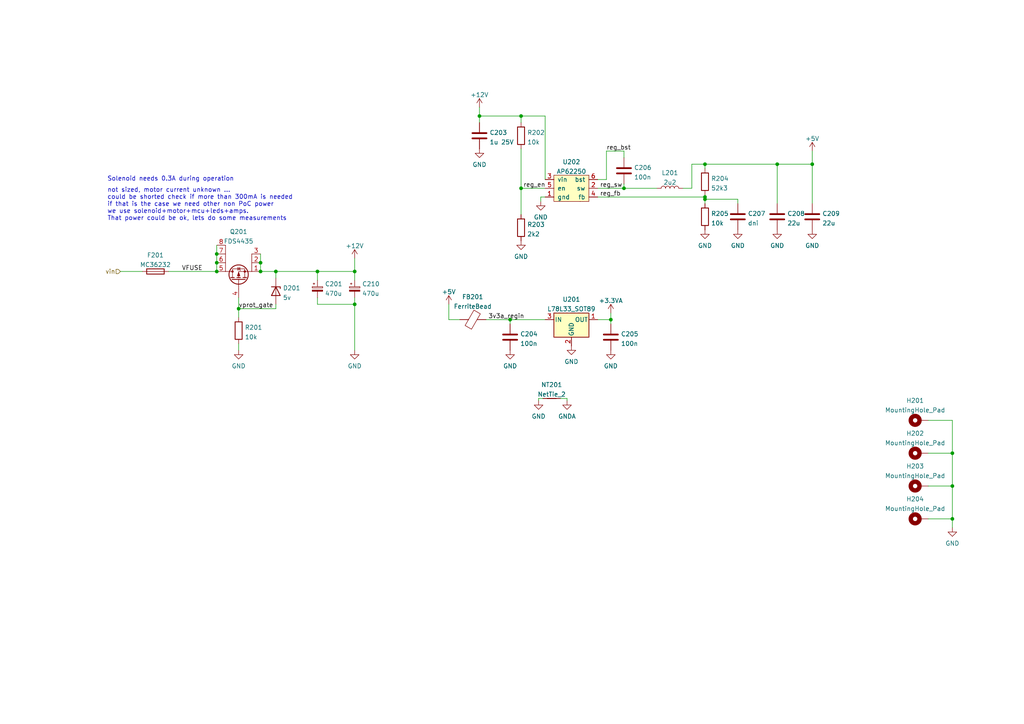
<source format=kicad_sch>
(kicad_sch (version 20211123) (generator eeschema)

  (uuid 390b7d01-63df-4ac9-b622-5c30f5e56058)

  (paper "A4")

  (lib_symbols
    (symbol "Device:C" (pin_numbers hide) (pin_names (offset 0.254)) (in_bom yes) (on_board yes)
      (property "Reference" "C" (id 0) (at 0.635 2.54 0)
        (effects (font (size 1.27 1.27)) (justify left))
      )
      (property "Value" "C" (id 1) (at 0.635 -2.54 0)
        (effects (font (size 1.27 1.27)) (justify left))
      )
      (property "Footprint" "" (id 2) (at 0.9652 -3.81 0)
        (effects (font (size 1.27 1.27)) hide)
      )
      (property "Datasheet" "~" (id 3) (at 0 0 0)
        (effects (font (size 1.27 1.27)) hide)
      )
      (property "ki_keywords" "cap capacitor" (id 4) (at 0 0 0)
        (effects (font (size 1.27 1.27)) hide)
      )
      (property "ki_description" "Unpolarized capacitor" (id 5) (at 0 0 0)
        (effects (font (size 1.27 1.27)) hide)
      )
      (property "ki_fp_filters" "C_*" (id 6) (at 0 0 0)
        (effects (font (size 1.27 1.27)) hide)
      )
      (symbol "C_0_1"
        (polyline
          (pts
            (xy -2.032 -0.762)
            (xy 2.032 -0.762)
          )
          (stroke (width 0.508) (type default) (color 0 0 0 0))
          (fill (type none))
        )
        (polyline
          (pts
            (xy -2.032 0.762)
            (xy 2.032 0.762)
          )
          (stroke (width 0.508) (type default) (color 0 0 0 0))
          (fill (type none))
        )
      )
      (symbol "C_1_1"
        (pin passive line (at 0 3.81 270) (length 2.794)
          (name "~" (effects (font (size 1.27 1.27))))
          (number "1" (effects (font (size 1.27 1.27))))
        )
        (pin passive line (at 0 -3.81 90) (length 2.794)
          (name "~" (effects (font (size 1.27 1.27))))
          (number "2" (effects (font (size 1.27 1.27))))
        )
      )
    )
    (symbol "Device:C_Polarized_Small" (pin_numbers hide) (pin_names (offset 0.254) hide) (in_bom yes) (on_board yes)
      (property "Reference" "C" (id 0) (at 0.254 1.778 0)
        (effects (font (size 1.27 1.27)) (justify left))
      )
      (property "Value" "C_Polarized_Small" (id 1) (at 0.254 -2.032 0)
        (effects (font (size 1.27 1.27)) (justify left))
      )
      (property "Footprint" "" (id 2) (at 0 0 0)
        (effects (font (size 1.27 1.27)) hide)
      )
      (property "Datasheet" "~" (id 3) (at 0 0 0)
        (effects (font (size 1.27 1.27)) hide)
      )
      (property "ki_keywords" "cap capacitor" (id 4) (at 0 0 0)
        (effects (font (size 1.27 1.27)) hide)
      )
      (property "ki_description" "Polarized capacitor, small symbol" (id 5) (at 0 0 0)
        (effects (font (size 1.27 1.27)) hide)
      )
      (property "ki_fp_filters" "CP_*" (id 6) (at 0 0 0)
        (effects (font (size 1.27 1.27)) hide)
      )
      (symbol "C_Polarized_Small_0_1"
        (rectangle (start -1.524 -0.3048) (end 1.524 -0.6858)
          (stroke (width 0) (type default) (color 0 0 0 0))
          (fill (type outline))
        )
        (rectangle (start -1.524 0.6858) (end 1.524 0.3048)
          (stroke (width 0) (type default) (color 0 0 0 0))
          (fill (type none))
        )
        (polyline
          (pts
            (xy -1.27 1.524)
            (xy -0.762 1.524)
          )
          (stroke (width 0) (type default) (color 0 0 0 0))
          (fill (type none))
        )
        (polyline
          (pts
            (xy -1.016 1.27)
            (xy -1.016 1.778)
          )
          (stroke (width 0) (type default) (color 0 0 0 0))
          (fill (type none))
        )
      )
      (symbol "C_Polarized_Small_1_1"
        (pin passive line (at 0 2.54 270) (length 1.8542)
          (name "~" (effects (font (size 1.27 1.27))))
          (number "1" (effects (font (size 1.27 1.27))))
        )
        (pin passive line (at 0 -2.54 90) (length 1.8542)
          (name "~" (effects (font (size 1.27 1.27))))
          (number "2" (effects (font (size 1.27 1.27))))
        )
      )
    )
    (symbol "Device:D_Zener" (pin_numbers hide) (pin_names (offset 1.016) hide) (in_bom yes) (on_board yes)
      (property "Reference" "D" (id 0) (at 0 2.54 0)
        (effects (font (size 1.27 1.27)))
      )
      (property "Value" "D_Zener" (id 1) (at 0 -2.54 0)
        (effects (font (size 1.27 1.27)))
      )
      (property "Footprint" "" (id 2) (at 0 0 0)
        (effects (font (size 1.27 1.27)) hide)
      )
      (property "Datasheet" "~" (id 3) (at 0 0 0)
        (effects (font (size 1.27 1.27)) hide)
      )
      (property "ki_keywords" "diode" (id 4) (at 0 0 0)
        (effects (font (size 1.27 1.27)) hide)
      )
      (property "ki_description" "Zener diode" (id 5) (at 0 0 0)
        (effects (font (size 1.27 1.27)) hide)
      )
      (property "ki_fp_filters" "TO-???* *_Diode_* *SingleDiode* D_*" (id 6) (at 0 0 0)
        (effects (font (size 1.27 1.27)) hide)
      )
      (symbol "D_Zener_0_1"
        (polyline
          (pts
            (xy 1.27 0)
            (xy -1.27 0)
          )
          (stroke (width 0) (type default) (color 0 0 0 0))
          (fill (type none))
        )
        (polyline
          (pts
            (xy -1.27 -1.27)
            (xy -1.27 1.27)
            (xy -0.762 1.27)
          )
          (stroke (width 0.254) (type default) (color 0 0 0 0))
          (fill (type none))
        )
        (polyline
          (pts
            (xy 1.27 -1.27)
            (xy 1.27 1.27)
            (xy -1.27 0)
            (xy 1.27 -1.27)
          )
          (stroke (width 0.254) (type default) (color 0 0 0 0))
          (fill (type none))
        )
      )
      (symbol "D_Zener_1_1"
        (pin passive line (at -3.81 0 0) (length 2.54)
          (name "K" (effects (font (size 1.27 1.27))))
          (number "1" (effects (font (size 1.27 1.27))))
        )
        (pin passive line (at 3.81 0 180) (length 2.54)
          (name "A" (effects (font (size 1.27 1.27))))
          (number "2" (effects (font (size 1.27 1.27))))
        )
      )
    )
    (symbol "Device:FerriteBead" (pin_numbers hide) (pin_names (offset 0)) (in_bom yes) (on_board yes)
      (property "Reference" "FB" (id 0) (at -3.81 0.635 90)
        (effects (font (size 1.27 1.27)))
      )
      (property "Value" "FerriteBead" (id 1) (at 3.81 0 90)
        (effects (font (size 1.27 1.27)))
      )
      (property "Footprint" "" (id 2) (at -1.778 0 90)
        (effects (font (size 1.27 1.27)) hide)
      )
      (property "Datasheet" "~" (id 3) (at 0 0 0)
        (effects (font (size 1.27 1.27)) hide)
      )
      (property "ki_keywords" "L ferrite bead inductor filter" (id 4) (at 0 0 0)
        (effects (font (size 1.27 1.27)) hide)
      )
      (property "ki_description" "Ferrite bead" (id 5) (at 0 0 0)
        (effects (font (size 1.27 1.27)) hide)
      )
      (property "ki_fp_filters" "Inductor_* L_* *Ferrite*" (id 6) (at 0 0 0)
        (effects (font (size 1.27 1.27)) hide)
      )
      (symbol "FerriteBead_0_1"
        (polyline
          (pts
            (xy 0 -1.27)
            (xy 0 -1.2192)
          )
          (stroke (width 0) (type default) (color 0 0 0 0))
          (fill (type none))
        )
        (polyline
          (pts
            (xy 0 1.27)
            (xy 0 1.2954)
          )
          (stroke (width 0) (type default) (color 0 0 0 0))
          (fill (type none))
        )
        (polyline
          (pts
            (xy -2.7686 0.4064)
            (xy -1.7018 2.2606)
            (xy 2.7686 -0.3048)
            (xy 1.6764 -2.159)
            (xy -2.7686 0.4064)
          )
          (stroke (width 0) (type default) (color 0 0 0 0))
          (fill (type none))
        )
      )
      (symbol "FerriteBead_1_1"
        (pin passive line (at 0 3.81 270) (length 2.54)
          (name "~" (effects (font (size 1.27 1.27))))
          (number "1" (effects (font (size 1.27 1.27))))
        )
        (pin passive line (at 0 -3.81 90) (length 2.54)
          (name "~" (effects (font (size 1.27 1.27))))
          (number "2" (effects (font (size 1.27 1.27))))
        )
      )
    )
    (symbol "Device:Fuse" (pin_numbers hide) (pin_names (offset 0)) (in_bom yes) (on_board yes)
      (property "Reference" "F" (id 0) (at 2.032 0 90)
        (effects (font (size 1.27 1.27)))
      )
      (property "Value" "Fuse" (id 1) (at -1.905 0 90)
        (effects (font (size 1.27 1.27)))
      )
      (property "Footprint" "" (id 2) (at -1.778 0 90)
        (effects (font (size 1.27 1.27)) hide)
      )
      (property "Datasheet" "~" (id 3) (at 0 0 0)
        (effects (font (size 1.27 1.27)) hide)
      )
      (property "ki_keywords" "fuse" (id 4) (at 0 0 0)
        (effects (font (size 1.27 1.27)) hide)
      )
      (property "ki_description" "Fuse" (id 5) (at 0 0 0)
        (effects (font (size 1.27 1.27)) hide)
      )
      (property "ki_fp_filters" "*Fuse*" (id 6) (at 0 0 0)
        (effects (font (size 1.27 1.27)) hide)
      )
      (symbol "Fuse_0_1"
        (rectangle (start -0.762 -2.54) (end 0.762 2.54)
          (stroke (width 0.254) (type default) (color 0 0 0 0))
          (fill (type none))
        )
        (polyline
          (pts
            (xy 0 2.54)
            (xy 0 -2.54)
          )
          (stroke (width 0) (type default) (color 0 0 0 0))
          (fill (type none))
        )
      )
      (symbol "Fuse_1_1"
        (pin passive line (at 0 3.81 270) (length 1.27)
          (name "~" (effects (font (size 1.27 1.27))))
          (number "1" (effects (font (size 1.27 1.27))))
        )
        (pin passive line (at 0 -3.81 90) (length 1.27)
          (name "~" (effects (font (size 1.27 1.27))))
          (number "2" (effects (font (size 1.27 1.27))))
        )
      )
    )
    (symbol "Device:L" (pin_numbers hide) (pin_names (offset 1.016) hide) (in_bom yes) (on_board yes)
      (property "Reference" "L" (id 0) (at -1.27 0 90)
        (effects (font (size 1.27 1.27)))
      )
      (property "Value" "L" (id 1) (at 1.905 0 90)
        (effects (font (size 1.27 1.27)))
      )
      (property "Footprint" "" (id 2) (at 0 0 0)
        (effects (font (size 1.27 1.27)) hide)
      )
      (property "Datasheet" "~" (id 3) (at 0 0 0)
        (effects (font (size 1.27 1.27)) hide)
      )
      (property "ki_keywords" "inductor choke coil reactor magnetic" (id 4) (at 0 0 0)
        (effects (font (size 1.27 1.27)) hide)
      )
      (property "ki_description" "Inductor" (id 5) (at 0 0 0)
        (effects (font (size 1.27 1.27)) hide)
      )
      (property "ki_fp_filters" "Choke_* *Coil* Inductor_* L_*" (id 6) (at 0 0 0)
        (effects (font (size 1.27 1.27)) hide)
      )
      (symbol "L_0_1"
        (arc (start 0 -2.54) (mid 0.635 -1.905) (end 0 -1.27)
          (stroke (width 0) (type default) (color 0 0 0 0))
          (fill (type none))
        )
        (arc (start 0 -1.27) (mid 0.635 -0.635) (end 0 0)
          (stroke (width 0) (type default) (color 0 0 0 0))
          (fill (type none))
        )
        (arc (start 0 0) (mid 0.635 0.635) (end 0 1.27)
          (stroke (width 0) (type default) (color 0 0 0 0))
          (fill (type none))
        )
        (arc (start 0 1.27) (mid 0.635 1.905) (end 0 2.54)
          (stroke (width 0) (type default) (color 0 0 0 0))
          (fill (type none))
        )
      )
      (symbol "L_1_1"
        (pin passive line (at 0 3.81 270) (length 1.27)
          (name "1" (effects (font (size 1.27 1.27))))
          (number "1" (effects (font (size 1.27 1.27))))
        )
        (pin passive line (at 0 -3.81 90) (length 1.27)
          (name "2" (effects (font (size 1.27 1.27))))
          (number "2" (effects (font (size 1.27 1.27))))
        )
      )
    )
    (symbol "Device:NetTie_2" (pin_numbers hide) (pin_names (offset 0) hide) (in_bom yes) (on_board yes)
      (property "Reference" "NT" (id 0) (at 0 1.27 0)
        (effects (font (size 1.27 1.27)))
      )
      (property "Value" "NetTie_2" (id 1) (at 0 -1.27 0)
        (effects (font (size 1.27 1.27)))
      )
      (property "Footprint" "" (id 2) (at 0 0 0)
        (effects (font (size 1.27 1.27)) hide)
      )
      (property "Datasheet" "~" (id 3) (at 0 0 0)
        (effects (font (size 1.27 1.27)) hide)
      )
      (property "ki_keywords" "net tie short" (id 4) (at 0 0 0)
        (effects (font (size 1.27 1.27)) hide)
      )
      (property "ki_description" "Net tie, 2 pins" (id 5) (at 0 0 0)
        (effects (font (size 1.27 1.27)) hide)
      )
      (property "ki_fp_filters" "Net*Tie*" (id 6) (at 0 0 0)
        (effects (font (size 1.27 1.27)) hide)
      )
      (symbol "NetTie_2_0_1"
        (polyline
          (pts
            (xy -1.27 0)
            (xy 1.27 0)
          )
          (stroke (width 0.254) (type default) (color 0 0 0 0))
          (fill (type none))
        )
      )
      (symbol "NetTie_2_1_1"
        (pin passive line (at -2.54 0 0) (length 2.54)
          (name "1" (effects (font (size 1.27 1.27))))
          (number "1" (effects (font (size 1.27 1.27))))
        )
        (pin passive line (at 2.54 0 180) (length 2.54)
          (name "2" (effects (font (size 1.27 1.27))))
          (number "2" (effects (font (size 1.27 1.27))))
        )
      )
    )
    (symbol "Device:R" (pin_numbers hide) (pin_names (offset 0)) (in_bom yes) (on_board yes)
      (property "Reference" "R" (id 0) (at 2.032 0 90)
        (effects (font (size 1.27 1.27)))
      )
      (property "Value" "R" (id 1) (at 0 0 90)
        (effects (font (size 1.27 1.27)))
      )
      (property "Footprint" "" (id 2) (at -1.778 0 90)
        (effects (font (size 1.27 1.27)) hide)
      )
      (property "Datasheet" "~" (id 3) (at 0 0 0)
        (effects (font (size 1.27 1.27)) hide)
      )
      (property "ki_keywords" "R res resistor" (id 4) (at 0 0 0)
        (effects (font (size 1.27 1.27)) hide)
      )
      (property "ki_description" "Resistor" (id 5) (at 0 0 0)
        (effects (font (size 1.27 1.27)) hide)
      )
      (property "ki_fp_filters" "R_*" (id 6) (at 0 0 0)
        (effects (font (size 1.27 1.27)) hide)
      )
      (symbol "R_0_1"
        (rectangle (start -1.016 -2.54) (end 1.016 2.54)
          (stroke (width 0.254) (type default) (color 0 0 0 0))
          (fill (type none))
        )
      )
      (symbol "R_1_1"
        (pin passive line (at 0 3.81 270) (length 1.27)
          (name "~" (effects (font (size 1.27 1.27))))
          (number "1" (effects (font (size 1.27 1.27))))
        )
        (pin passive line (at 0 -3.81 90) (length 1.27)
          (name "~" (effects (font (size 1.27 1.27))))
          (number "2" (effects (font (size 1.27 1.27))))
        )
      )
    )
    (symbol "Mechanical:MountingHole_Pad" (pin_numbers hide) (pin_names (offset 1.016) hide) (in_bom yes) (on_board yes)
      (property "Reference" "H" (id 0) (at 0 6.35 0)
        (effects (font (size 1.27 1.27)))
      )
      (property "Value" "MountingHole_Pad" (id 1) (at 0 4.445 0)
        (effects (font (size 1.27 1.27)))
      )
      (property "Footprint" "" (id 2) (at 0 0 0)
        (effects (font (size 1.27 1.27)) hide)
      )
      (property "Datasheet" "~" (id 3) (at 0 0 0)
        (effects (font (size 1.27 1.27)) hide)
      )
      (property "ki_keywords" "mounting hole" (id 4) (at 0 0 0)
        (effects (font (size 1.27 1.27)) hide)
      )
      (property "ki_description" "Mounting Hole with connection" (id 5) (at 0 0 0)
        (effects (font (size 1.27 1.27)) hide)
      )
      (property "ki_fp_filters" "MountingHole*Pad*" (id 6) (at 0 0 0)
        (effects (font (size 1.27 1.27)) hide)
      )
      (symbol "MountingHole_Pad_0_1"
        (circle (center 0 1.27) (radius 1.27)
          (stroke (width 1.27) (type default) (color 0 0 0 0))
          (fill (type none))
        )
      )
      (symbol "MountingHole_Pad_1_1"
        (pin input line (at 0 -2.54 90) (length 2.54)
          (name "1" (effects (font (size 1.27 1.27))))
          (number "1" (effects (font (size 1.27 1.27))))
        )
      )
    )
    (symbol "Regulator_Linear:L78L33_SOT89" (pin_names (offset 0.254)) (in_bom yes) (on_board yes)
      (property "Reference" "U" (id 0) (at -3.81 3.175 0)
        (effects (font (size 1.27 1.27)))
      )
      (property "Value" "L78L33_SOT89" (id 1) (at -0.635 3.175 0)
        (effects (font (size 1.27 1.27)) (justify left))
      )
      (property "Footprint" "Package_TO_SOT_SMD:SOT-89-3" (id 2) (at 0 5.08 0)
        (effects (font (size 1.27 1.27) italic) hide)
      )
      (property "Datasheet" "http://www.st.com/content/ccc/resource/technical/document/datasheet/15/55/e5/aa/23/5b/43/fd/CD00000446.pdf/files/CD00000446.pdf/jcr:content/translations/en.CD00000446.pdf" (id 3) (at 0 -1.27 0)
        (effects (font (size 1.27 1.27)) hide)
      )
      (property "ki_keywords" "Voltage Regulator 100mA Positive" (id 4) (at 0 0 0)
        (effects (font (size 1.27 1.27)) hide)
      )
      (property "ki_description" "Positive 100mA 30V Linear Regulator, Fixed Output 3.3V, SOT-89" (id 5) (at 0 0 0)
        (effects (font (size 1.27 1.27)) hide)
      )
      (property "ki_fp_filters" "SOT?89*" (id 6) (at 0 0 0)
        (effects (font (size 1.27 1.27)) hide)
      )
      (symbol "L78L33_SOT89_0_1"
        (rectangle (start -5.08 1.905) (end 5.08 -5.08)
          (stroke (width 0.254) (type default) (color 0 0 0 0))
          (fill (type background))
        )
      )
      (symbol "L78L33_SOT89_1_1"
        (pin power_out line (at 7.62 0 180) (length 2.54)
          (name "OUT" (effects (font (size 1.27 1.27))))
          (number "1" (effects (font (size 1.27 1.27))))
        )
        (pin power_in line (at 0 -7.62 90) (length 2.54)
          (name "GND" (effects (font (size 1.27 1.27))))
          (number "2" (effects (font (size 1.27 1.27))))
        )
        (pin power_in line (at -7.62 0 0) (length 2.54)
          (name "IN" (effects (font (size 1.27 1.27))))
          (number "3" (effects (font (size 1.27 1.27))))
        )
      )
    )
    (symbol "good_things:AP62250" (pin_names (offset 1.016)) (in_bom yes) (on_board yes)
      (property "Reference" "U" (id 0) (at 0 6.35 0)
        (effects (font (size 1.27 1.27)))
      )
      (property "Value" "AP62250" (id 1) (at 0 -3.81 0)
        (effects (font (size 1.27 1.27)))
      )
      (property "Footprint" "Package_TO_SOT_SMD:TSOT-23-6" (id 2) (at 0 0 0)
        (effects (font (size 1.27 1.27)) hide)
      )
      (property "Datasheet" "" (id 3) (at 0 0 0)
        (effects (font (size 1.27 1.27)) hide)
      )
      (symbol "AP62250_0_1"
        (rectangle (start -5.08 5.08) (end 5.08 -2.54)
          (stroke (width 0) (type default) (color 0 0 0 0))
          (fill (type background))
        )
        (rectangle (start 2.54 -2.54) (end 2.54 -2.54)
          (stroke (width 0) (type default) (color 0 0 0 0))
          (fill (type none))
        )
      )
      (symbol "AP62250_1_1"
        (pin input line (at -7.62 -1.27 0) (length 2.54)
          (name "gnd" (effects (font (size 1.27 1.27))))
          (number "1" (effects (font (size 1.27 1.27))))
        )
        (pin passive line (at 7.62 1.27 180) (length 2.54)
          (name "sw" (effects (font (size 1.27 1.27))))
          (number "2" (effects (font (size 1.27 1.27))))
        )
        (pin input line (at -7.62 3.81 0) (length 2.54)
          (name "vin" (effects (font (size 1.27 1.27))))
          (number "3" (effects (font (size 1.27 1.27))))
        )
        (pin input line (at 7.62 -1.27 180) (length 2.54)
          (name "fb" (effects (font (size 1.27 1.27))))
          (number "4" (effects (font (size 1.27 1.27))))
        )
        (pin input line (at -7.62 1.27 0) (length 2.54)
          (name "en" (effects (font (size 1.27 1.27))))
          (number "5" (effects (font (size 1.27 1.27))))
        )
        (pin passive line (at 7.62 3.81 180) (length 2.54)
          (name "bst" (effects (font (size 1.27 1.27))))
          (number "6" (effects (font (size 1.27 1.27))))
        )
      )
    )
    (symbol "good_things:Q_PMOS_SSSGDDDD" (pin_names (offset 0) hide) (in_bom yes) (on_board yes)
      (property "Reference" "Q" (id 0) (at 5.08 1.27 0)
        (effects (font (size 1.27 1.27)) (justify left))
      )
      (property "Value" "Q_PMOS_SSSGDDDD" (id 1) (at 5.08 -1.27 0)
        (effects (font (size 1.27 1.27)) (justify left))
      )
      (property "Footprint" "" (id 2) (at 5.08 2.54 0)
        (effects (font (size 1.27 1.27)) hide)
      )
      (property "Datasheet" "~" (id 3) (at 0 0 0)
        (effects (font (size 1.27 1.27)) hide)
      )
      (property "ki_keywords" "transistor PMOS P-MOS P-MOSFET SO SOIC" (id 4) (at 0 0 0)
        (effects (font (size 1.27 1.27)) hide)
      )
      (property "ki_description" "P-MOSFET transistor, drain/gate/source, so-8, soic-8" (id 5) (at 0 0 0)
        (effects (font (size 1.27 1.27)) hide)
      )
      (symbol "Q_PMOS_SSSGDDDD_0_1"
        (polyline
          (pts
            (xy 0.254 0)
            (xy -2.54 0)
          )
          (stroke (width 0) (type default) (color 0 0 0 0))
          (fill (type none))
        )
        (polyline
          (pts
            (xy 0.254 1.905)
            (xy 0.254 -1.905)
          )
          (stroke (width 0.254) (type default) (color 0 0 0 0))
          (fill (type none))
        )
        (polyline
          (pts
            (xy 0.762 -1.27)
            (xy 0.762 -2.286)
          )
          (stroke (width 0.254) (type default) (color 0 0 0 0))
          (fill (type none))
        )
        (polyline
          (pts
            (xy 0.762 0.508)
            (xy 0.762 -0.508)
          )
          (stroke (width 0.254) (type default) (color 0 0 0 0))
          (fill (type none))
        )
        (polyline
          (pts
            (xy 0.762 2.286)
            (xy 0.762 1.27)
          )
          (stroke (width 0.254) (type default) (color 0 0 0 0))
          (fill (type none))
        )
        (polyline
          (pts
            (xy 2.54 -2.54)
            (xy 2.54 -3.81)
          )
          (stroke (width 0.1524) (type default) (color 0 0 0 0))
          (fill (type none))
        )
        (polyline
          (pts
            (xy 2.54 2.54)
            (xy 2.54 1.778)
          )
          (stroke (width 0) (type default) (color 0 0 0 0))
          (fill (type none))
        )
        (polyline
          (pts
            (xy 2.54 3.81)
            (xy 2.54 2.54)
          )
          (stroke (width 0.1524) (type default) (color 0 0 0 0))
          (fill (type none))
        )
        (polyline
          (pts
            (xy 7.62 -3.81)
            (xy 2.54 -3.81)
          )
          (stroke (width 0.1524) (type default) (color 0 0 0 0))
          (fill (type none))
        )
        (polyline
          (pts
            (xy 10.16 3.81)
            (xy 2.54 3.81)
          )
          (stroke (width 0.1524) (type default) (color 0 0 0 0))
          (fill (type none))
        )
        (polyline
          (pts
            (xy 2.54 -2.54)
            (xy 2.54 0)
            (xy 0.762 0)
          )
          (stroke (width 0) (type default) (color 0 0 0 0))
          (fill (type none))
        )
        (polyline
          (pts
            (xy 0.762 1.778)
            (xy 3.302 1.778)
            (xy 3.302 -1.778)
            (xy 0.762 -1.778)
          )
          (stroke (width 0) (type default) (color 0 0 0 0))
          (fill (type none))
        )
        (polyline
          (pts
            (xy 2.286 0)
            (xy 1.27 0.381)
            (xy 1.27 -0.381)
            (xy 2.286 0)
          )
          (stroke (width 0) (type default) (color 0 0 0 0))
          (fill (type outline))
        )
        (polyline
          (pts
            (xy 2.794 -0.508)
            (xy 2.921 -0.381)
            (xy 3.683 -0.381)
            (xy 3.81 -0.254)
          )
          (stroke (width 0) (type default) (color 0 0 0 0))
          (fill (type none))
        )
        (polyline
          (pts
            (xy 3.302 -0.381)
            (xy 2.921 0.254)
            (xy 3.683 0.254)
            (xy 3.302 -0.381)
          )
          (stroke (width 0) (type default) (color 0 0 0 0))
          (fill (type none))
        )
        (circle (center 1.651 0) (radius 2.794)
          (stroke (width 0.254) (type default) (color 0 0 0 0))
          (fill (type none))
        )
        (circle (center 2.54 -1.778) (radius 0.254)
          (stroke (width 0) (type default) (color 0 0 0 0))
          (fill (type outline))
        )
        (circle (center 2.54 1.778) (radius 0.254)
          (stroke (width 0) (type default) (color 0 0 0 0))
          (fill (type outline))
        )
      )
      (symbol "Q_PMOS_SSSGDDDD_1_1"
        (pin passive line (at 2.54 -6.35 90) (length 2.54)
          (name "S" (effects (font (size 1.27 1.27))))
          (number "1" (effects (font (size 1.27 1.27))))
        )
        (pin passive line (at 5.08 -6.35 90) (length 2.54)
          (name "S" (effects (font (size 1.27 1.27))))
          (number "2" (effects (font (size 1.27 1.27))))
        )
        (pin passive line (at 7.62 -6.35 90) (length 2.54)
          (name "S" (effects (font (size 1.27 1.27))))
          (number "3" (effects (font (size 1.27 1.27))))
        )
        (pin input line (at -5.08 0 0) (length 2.54)
          (name "G" (effects (font (size 1.27 1.27))))
          (number "4" (effects (font (size 1.27 1.27))))
        )
        (pin passive line (at 2.54 6.35 270) (length 2.54)
          (name "D" (effects (font (size 1.27 1.27))))
          (number "5" (effects (font (size 1.27 1.27))))
        )
        (pin passive line (at 5.08 6.35 270) (length 2.54)
          (name "D" (effects (font (size 1.27 1.27))))
          (number "6" (effects (font (size 1.27 1.27))))
        )
        (pin passive line (at 7.62 6.35 270) (length 2.54)
          (name "D" (effects (font (size 1.27 1.27))))
          (number "7" (effects (font (size 1.27 1.27))))
        )
        (pin passive line (at 10.16 6.35 270) (length 2.54)
          (name "D" (effects (font (size 1.27 1.27))))
          (number "8" (effects (font (size 1.27 1.27))))
        )
      )
    )
    (symbol "power:+12V" (power) (pin_names (offset 0)) (in_bom yes) (on_board yes)
      (property "Reference" "#PWR" (id 0) (at 0 -3.81 0)
        (effects (font (size 1.27 1.27)) hide)
      )
      (property "Value" "+12V" (id 1) (at 0 3.556 0)
        (effects (font (size 1.27 1.27)))
      )
      (property "Footprint" "" (id 2) (at 0 0 0)
        (effects (font (size 1.27 1.27)) hide)
      )
      (property "Datasheet" "" (id 3) (at 0 0 0)
        (effects (font (size 1.27 1.27)) hide)
      )
      (property "ki_keywords" "power-flag" (id 4) (at 0 0 0)
        (effects (font (size 1.27 1.27)) hide)
      )
      (property "ki_description" "Power symbol creates a global label with name \"+12V\"" (id 5) (at 0 0 0)
        (effects (font (size 1.27 1.27)) hide)
      )
      (symbol "+12V_0_1"
        (polyline
          (pts
            (xy -0.762 1.27)
            (xy 0 2.54)
          )
          (stroke (width 0) (type default) (color 0 0 0 0))
          (fill (type none))
        )
        (polyline
          (pts
            (xy 0 0)
            (xy 0 2.54)
          )
          (stroke (width 0) (type default) (color 0 0 0 0))
          (fill (type none))
        )
        (polyline
          (pts
            (xy 0 2.54)
            (xy 0.762 1.27)
          )
          (stroke (width 0) (type default) (color 0 0 0 0))
          (fill (type none))
        )
      )
      (symbol "+12V_1_1"
        (pin power_in line (at 0 0 90) (length 0) hide
          (name "+12V" (effects (font (size 1.27 1.27))))
          (number "1" (effects (font (size 1.27 1.27))))
        )
      )
    )
    (symbol "power:+3.3VA" (power) (pin_names (offset 0)) (in_bom yes) (on_board yes)
      (property "Reference" "#PWR" (id 0) (at 0 -3.81 0)
        (effects (font (size 1.27 1.27)) hide)
      )
      (property "Value" "+3.3VA" (id 1) (at 0 3.556 0)
        (effects (font (size 1.27 1.27)))
      )
      (property "Footprint" "" (id 2) (at 0 0 0)
        (effects (font (size 1.27 1.27)) hide)
      )
      (property "Datasheet" "" (id 3) (at 0 0 0)
        (effects (font (size 1.27 1.27)) hide)
      )
      (property "ki_keywords" "power-flag" (id 4) (at 0 0 0)
        (effects (font (size 1.27 1.27)) hide)
      )
      (property "ki_description" "Power symbol creates a global label with name \"+3.3VA\"" (id 5) (at 0 0 0)
        (effects (font (size 1.27 1.27)) hide)
      )
      (symbol "+3.3VA_0_1"
        (polyline
          (pts
            (xy -0.762 1.27)
            (xy 0 2.54)
          )
          (stroke (width 0) (type default) (color 0 0 0 0))
          (fill (type none))
        )
        (polyline
          (pts
            (xy 0 0)
            (xy 0 2.54)
          )
          (stroke (width 0) (type default) (color 0 0 0 0))
          (fill (type none))
        )
        (polyline
          (pts
            (xy 0 2.54)
            (xy 0.762 1.27)
          )
          (stroke (width 0) (type default) (color 0 0 0 0))
          (fill (type none))
        )
      )
      (symbol "+3.3VA_1_1"
        (pin power_in line (at 0 0 90) (length 0) hide
          (name "+3.3VA" (effects (font (size 1.27 1.27))))
          (number "1" (effects (font (size 1.27 1.27))))
        )
      )
    )
    (symbol "power:+5V" (power) (pin_names (offset 0)) (in_bom yes) (on_board yes)
      (property "Reference" "#PWR" (id 0) (at 0 -3.81 0)
        (effects (font (size 1.27 1.27)) hide)
      )
      (property "Value" "+5V" (id 1) (at 0 3.556 0)
        (effects (font (size 1.27 1.27)))
      )
      (property "Footprint" "" (id 2) (at 0 0 0)
        (effects (font (size 1.27 1.27)) hide)
      )
      (property "Datasheet" "" (id 3) (at 0 0 0)
        (effects (font (size 1.27 1.27)) hide)
      )
      (property "ki_keywords" "power-flag" (id 4) (at 0 0 0)
        (effects (font (size 1.27 1.27)) hide)
      )
      (property "ki_description" "Power symbol creates a global label with name \"+5V\"" (id 5) (at 0 0 0)
        (effects (font (size 1.27 1.27)) hide)
      )
      (symbol "+5V_0_1"
        (polyline
          (pts
            (xy -0.762 1.27)
            (xy 0 2.54)
          )
          (stroke (width 0) (type default) (color 0 0 0 0))
          (fill (type none))
        )
        (polyline
          (pts
            (xy 0 0)
            (xy 0 2.54)
          )
          (stroke (width 0) (type default) (color 0 0 0 0))
          (fill (type none))
        )
        (polyline
          (pts
            (xy 0 2.54)
            (xy 0.762 1.27)
          )
          (stroke (width 0) (type default) (color 0 0 0 0))
          (fill (type none))
        )
      )
      (symbol "+5V_1_1"
        (pin power_in line (at 0 0 90) (length 0) hide
          (name "+5V" (effects (font (size 1.27 1.27))))
          (number "1" (effects (font (size 1.27 1.27))))
        )
      )
    )
    (symbol "power:GND" (power) (pin_names (offset 0)) (in_bom yes) (on_board yes)
      (property "Reference" "#PWR" (id 0) (at 0 -6.35 0)
        (effects (font (size 1.27 1.27)) hide)
      )
      (property "Value" "GND" (id 1) (at 0 -3.81 0)
        (effects (font (size 1.27 1.27)))
      )
      (property "Footprint" "" (id 2) (at 0 0 0)
        (effects (font (size 1.27 1.27)) hide)
      )
      (property "Datasheet" "" (id 3) (at 0 0 0)
        (effects (font (size 1.27 1.27)) hide)
      )
      (property "ki_keywords" "power-flag" (id 4) (at 0 0 0)
        (effects (font (size 1.27 1.27)) hide)
      )
      (property "ki_description" "Power symbol creates a global label with name \"GND\" , ground" (id 5) (at 0 0 0)
        (effects (font (size 1.27 1.27)) hide)
      )
      (symbol "GND_0_1"
        (polyline
          (pts
            (xy 0 0)
            (xy 0 -1.27)
            (xy 1.27 -1.27)
            (xy 0 -2.54)
            (xy -1.27 -1.27)
            (xy 0 -1.27)
          )
          (stroke (width 0) (type default) (color 0 0 0 0))
          (fill (type none))
        )
      )
      (symbol "GND_1_1"
        (pin power_in line (at 0 0 270) (length 0) hide
          (name "GND" (effects (font (size 1.27 1.27))))
          (number "1" (effects (font (size 1.27 1.27))))
        )
      )
    )
    (symbol "power:GNDA" (power) (pin_names (offset 0)) (in_bom yes) (on_board yes)
      (property "Reference" "#PWR" (id 0) (at 0 -6.35 0)
        (effects (font (size 1.27 1.27)) hide)
      )
      (property "Value" "GNDA" (id 1) (at 0 -3.81 0)
        (effects (font (size 1.27 1.27)))
      )
      (property "Footprint" "" (id 2) (at 0 0 0)
        (effects (font (size 1.27 1.27)) hide)
      )
      (property "Datasheet" "" (id 3) (at 0 0 0)
        (effects (font (size 1.27 1.27)) hide)
      )
      (property "ki_keywords" "power-flag" (id 4) (at 0 0 0)
        (effects (font (size 1.27 1.27)) hide)
      )
      (property "ki_description" "Power symbol creates a global label with name \"GNDA\" , analog ground" (id 5) (at 0 0 0)
        (effects (font (size 1.27 1.27)) hide)
      )
      (symbol "GNDA_0_1"
        (polyline
          (pts
            (xy 0 0)
            (xy 0 -1.27)
            (xy 1.27 -1.27)
            (xy 0 -2.54)
            (xy -1.27 -1.27)
            (xy 0 -1.27)
          )
          (stroke (width 0) (type default) (color 0 0 0 0))
          (fill (type none))
        )
      )
      (symbol "GNDA_1_1"
        (pin power_in line (at 0 0 270) (length 0) hide
          (name "GNDA" (effects (font (size 1.27 1.27))))
          (number "1" (effects (font (size 1.27 1.27))))
        )
      )
    )
  )

  (junction (at 62.865 76.2) (diameter 0) (color 0 0 0 0)
    (uuid 05364031-bc7e-4427-bfd8-62e6ea0c4484)
  )
  (junction (at 147.955 92.71) (diameter 0) (color 0 0 0 0)
    (uuid 0e5962db-9976-4205-837f-1c01635813fd)
  )
  (junction (at 92.075 78.74) (diameter 0) (color 0 0 0 0)
    (uuid 1bdb2920-11b4-41fb-a67e-5eddceef6263)
  )
  (junction (at 276.225 131.445) (diameter 0) (color 0 0 0 0)
    (uuid 206c282f-c547-4026-99ad-fb25122f9f9a)
  )
  (junction (at 225.425 47.625) (diameter 0) (color 0 0 0 0)
    (uuid 2fd30e7b-99db-453f-a783-25adbeab2a53)
  )
  (junction (at 80.01 78.74) (diameter 0) (color 0 0 0 0)
    (uuid 329aee00-46d2-4bf5-988b-384d7d3c46af)
  )
  (junction (at 177.165 92.71) (diameter 0) (color 0 0 0 0)
    (uuid 3a355a3b-2dd0-4302-bcf0-e958b99add69)
  )
  (junction (at 204.47 57.15) (diameter 0) (color 0 0 0 0)
    (uuid 52daab00-3677-4fe6-af22-27984261bd83)
  )
  (junction (at 62.865 73.66) (diameter 0) (color 0 0 0 0)
    (uuid 53530606-fcae-4b9a-8512-a3b554d1bb8b)
  )
  (junction (at 180.975 54.61) (diameter 0) (color 0 0 0 0)
    (uuid 5578b24f-b998-4cc6-87b5-c919f7f8b13f)
  )
  (junction (at 204.47 57.785) (diameter 0) (color 0 0 0 0)
    (uuid 6fbc2d36-c2e1-4fa5-96fe-3406277cce5d)
  )
  (junction (at 69.215 89.535) (diameter 0) (color 0 0 0 0)
    (uuid 700b434c-90b8-4dcf-abf2-256d17c7007f)
  )
  (junction (at 204.47 47.625) (diameter 0) (color 0 0 0 0)
    (uuid 739e6271-4906-4fe5-b881-b5e638b56050)
  )
  (junction (at 102.87 88.265) (diameter 0) (color 0 0 0 0)
    (uuid 80261d48-15c7-49f1-8a87-a33cc96c5e69)
  )
  (junction (at 62.865 78.74) (diameter 0) (color 0 0 0 0)
    (uuid 880dae28-e315-4790-b947-e76428af2dbe)
  )
  (junction (at 151.13 33.655) (diameter 0) (color 0 0 0 0)
    (uuid 8ce9d781-75bf-419c-ab11-029ee67dd0ff)
  )
  (junction (at 276.225 150.495) (diameter 0) (color 0 0 0 0)
    (uuid a82e8626-e1ce-4d01-b9c8-384732190659)
  )
  (junction (at 235.585 47.625) (diameter 0) (color 0 0 0 0)
    (uuid b08e89ff-caf0-469c-be09-05832103f73e)
  )
  (junction (at 276.225 140.97) (diameter 0) (color 0 0 0 0)
    (uuid c1c01689-a5c5-4f41-9995-bb4d279119ea)
  )
  (junction (at 75.565 76.2) (diameter 0) (color 0 0 0 0)
    (uuid d3654a3c-b36f-4430-a0e2-b2de4b9e0f0c)
  )
  (junction (at 75.565 78.74) (diameter 0) (color 0 0 0 0)
    (uuid d7a30311-1798-44f7-9c79-2b945ebbf18b)
  )
  (junction (at 139.065 33.655) (diameter 0) (color 0 0 0 0)
    (uuid e5f9b8aa-40c8-4143-9b39-aa5750dd91f9)
  )
  (junction (at 151.13 54.61) (diameter 0) (color 0 0 0 0)
    (uuid e79db30b-7dfe-475e-b92c-300bc57a619d)
  )
  (junction (at 102.87 78.74) (diameter 0) (color 0 0 0 0)
    (uuid fc3bf86b-c67a-498e-bbdc-b8c0e9df86ed)
  )

  (wire (pts (xy 102.87 86.36) (xy 102.87 88.265))
    (stroke (width 0) (type default) (color 0 0 0 0))
    (uuid 00ccc738-8812-48fe-ab04-827e370835a1)
  )
  (wire (pts (xy 269.24 140.97) (xy 276.225 140.97))
    (stroke (width 0) (type default) (color 0 0 0 0))
    (uuid 0760e04e-bc83-4183-b293-e6b52af86107)
  )
  (wire (pts (xy 75.565 76.2) (xy 75.565 78.74))
    (stroke (width 0) (type default) (color 0 0 0 0))
    (uuid 0a3fb379-f0a7-48d3-9101-ee49c1d2f98a)
  )
  (wire (pts (xy 147.955 92.71) (xy 147.955 93.98))
    (stroke (width 0) (type default) (color 0 0 0 0))
    (uuid 0b3d0820-be9e-48ab-85c1-53588d94a830)
  )
  (wire (pts (xy 173.355 92.71) (xy 177.165 92.71))
    (stroke (width 0) (type default) (color 0 0 0 0))
    (uuid 0bfea883-37c1-4f77-b14d-494b066fd38f)
  )
  (wire (pts (xy 130.175 88.265) (xy 130.175 92.71))
    (stroke (width 0) (type default) (color 0 0 0 0))
    (uuid 11bcb8b4-4479-4a10-be22-2fae109f5117)
  )
  (wire (pts (xy 156.21 115.57) (xy 157.48 115.57))
    (stroke (width 0) (type default) (color 0 0 0 0))
    (uuid 1390cdb6-1683-4199-a6fe-535e5a59dd77)
  )
  (wire (pts (xy 276.225 150.495) (xy 269.24 150.495))
    (stroke (width 0) (type default) (color 0 0 0 0))
    (uuid 1599504c-1c2b-4298-9b2a-4d9c97893100)
  )
  (wire (pts (xy 175.895 52.07) (xy 175.895 43.815))
    (stroke (width 0) (type default) (color 0 0 0 0))
    (uuid 17a536b5-2542-4e84-a68c-468c07dce3c3)
  )
  (wire (pts (xy 204.47 47.625) (xy 225.425 47.625))
    (stroke (width 0) (type default) (color 0 0 0 0))
    (uuid 1d4a4d17-0f41-40b2-851d-f50b890bce91)
  )
  (wire (pts (xy 180.975 54.61) (xy 190.5 54.61))
    (stroke (width 0) (type default) (color 0 0 0 0))
    (uuid 26c71d91-b23c-4221-abc2-c97fd52bc18d)
  )
  (wire (pts (xy 204.47 57.15) (xy 204.47 57.785))
    (stroke (width 0) (type default) (color 0 0 0 0))
    (uuid 295b2d65-6b8d-4dd9-90ab-71f12c984370)
  )
  (wire (pts (xy 34.925 78.74) (xy 41.275 78.74))
    (stroke (width 0) (type default) (color 0 0 0 0))
    (uuid 2abe8939-6cc8-44ac-a717-ec92f3cfa981)
  )
  (wire (pts (xy 130.175 92.71) (xy 133.35 92.71))
    (stroke (width 0) (type default) (color 0 0 0 0))
    (uuid 2f9ab9bc-c7db-401f-bcd4-138fcc259457)
  )
  (wire (pts (xy 177.165 92.71) (xy 177.165 93.98))
    (stroke (width 0) (type default) (color 0 0 0 0))
    (uuid 32cd8faa-7a58-4590-9bd1-7e374361d86d)
  )
  (wire (pts (xy 180.975 53.34) (xy 180.975 54.61))
    (stroke (width 0) (type default) (color 0 0 0 0))
    (uuid 32d0dec4-849a-4ad3-98bf-c3d09bde19e3)
  )
  (wire (pts (xy 92.075 86.36) (xy 92.075 88.265))
    (stroke (width 0) (type default) (color 0 0 0 0))
    (uuid 3daf8690-4476-4b8d-937c-e09e4b40ebb1)
  )
  (wire (pts (xy 204.47 57.785) (xy 204.47 59.055))
    (stroke (width 0) (type default) (color 0 0 0 0))
    (uuid 40689813-ef0c-4fdf-8f14-19ff2d1591d5)
  )
  (wire (pts (xy 213.995 59.055) (xy 213.995 57.785))
    (stroke (width 0) (type default) (color 0 0 0 0))
    (uuid 40d8b147-9657-4c6c-9d14-5e6f26e4e74e)
  )
  (wire (pts (xy 69.215 99.695) (xy 69.215 101.6))
    (stroke (width 0) (type default) (color 0 0 0 0))
    (uuid 43fe2068-cc0b-435e-9fd4-818614d72286)
  )
  (wire (pts (xy 164.465 115.57) (xy 164.465 116.205))
    (stroke (width 0) (type default) (color 0 0 0 0))
    (uuid 45b6aa7e-3f00-41f9-928b-f71cca6961b1)
  )
  (wire (pts (xy 276.225 121.92) (xy 276.225 131.445))
    (stroke (width 0) (type default) (color 0 0 0 0))
    (uuid 46cd4165-6a6d-44d4-afa9-402e6634ff71)
  )
  (wire (pts (xy 204.47 47.625) (xy 204.47 48.895))
    (stroke (width 0) (type default) (color 0 0 0 0))
    (uuid 480a4a2b-06f5-4896-9780-639cba74e5fe)
  )
  (wire (pts (xy 269.24 121.92) (xy 276.225 121.92))
    (stroke (width 0) (type default) (color 0 0 0 0))
    (uuid 50981d7f-7c22-4288-9b46-aa5645ae4a92)
  )
  (wire (pts (xy 269.24 131.445) (xy 276.225 131.445))
    (stroke (width 0) (type default) (color 0 0 0 0))
    (uuid 51d03d21-9166-4355-bbf9-12d6b54a7229)
  )
  (wire (pts (xy 213.995 57.785) (xy 204.47 57.785))
    (stroke (width 0) (type default) (color 0 0 0 0))
    (uuid 5257a3ed-f6c3-48f6-87a4-f640eb6a3935)
  )
  (wire (pts (xy 204.47 57.15) (xy 204.47 56.515))
    (stroke (width 0) (type default) (color 0 0 0 0))
    (uuid 59a2cf72-dccc-4267-b082-2ceeec24d0c9)
  )
  (wire (pts (xy 235.585 43.815) (xy 235.585 47.625))
    (stroke (width 0) (type default) (color 0 0 0 0))
    (uuid 5d2bc0f7-0964-43f3-91a2-9d8edca3bd38)
  )
  (wire (pts (xy 102.87 78.74) (xy 102.87 81.28))
    (stroke (width 0) (type default) (color 0 0 0 0))
    (uuid 66ced0be-9f4f-4c7f-882a-07db877f6fe7)
  )
  (wire (pts (xy 151.13 33.655) (xy 158.115 33.655))
    (stroke (width 0) (type default) (color 0 0 0 0))
    (uuid 6713cb42-41ed-4790-9fd8-4bcbe26d212f)
  )
  (wire (pts (xy 151.13 54.61) (xy 158.115 54.61))
    (stroke (width 0) (type default) (color 0 0 0 0))
    (uuid 6737c8ee-99fe-4c76-88a5-c9b97cd7019f)
  )
  (wire (pts (xy 276.225 153.035) (xy 276.225 150.495))
    (stroke (width 0) (type default) (color 0 0 0 0))
    (uuid 721adc6e-1e82-4943-9d40-67245e879bbd)
  )
  (wire (pts (xy 139.065 35.56) (xy 139.065 33.655))
    (stroke (width 0) (type default) (color 0 0 0 0))
    (uuid 77e846c4-fd21-457f-8c67-59c9580bfe20)
  )
  (wire (pts (xy 62.865 71.12) (xy 62.865 73.66))
    (stroke (width 0) (type default) (color 0 0 0 0))
    (uuid 78acc8aa-652f-42f6-820e-b0081c420c55)
  )
  (wire (pts (xy 225.425 47.625) (xy 235.585 47.625))
    (stroke (width 0) (type default) (color 0 0 0 0))
    (uuid 7da99d9c-50ef-488c-b9b2-e890f4b10006)
  )
  (wire (pts (xy 175.895 43.815) (xy 180.975 43.815))
    (stroke (width 0) (type default) (color 0 0 0 0))
    (uuid 8acd8a3e-3426-488b-89ed-18ed2111896e)
  )
  (wire (pts (xy 225.425 59.055) (xy 225.425 47.625))
    (stroke (width 0) (type default) (color 0 0 0 0))
    (uuid 921ac862-6061-4dd3-8d09-8ffeb4628b56)
  )
  (wire (pts (xy 235.585 47.625) (xy 235.585 59.055))
    (stroke (width 0) (type default) (color 0 0 0 0))
    (uuid 966d9fea-5504-4d63-a4d6-fd9a5d4a7f3d)
  )
  (wire (pts (xy 69.215 86.36) (xy 69.215 89.535))
    (stroke (width 0) (type default) (color 0 0 0 0))
    (uuid 96e6fd5e-af77-47fe-b2cf-4a72de0b10ed)
  )
  (wire (pts (xy 92.075 78.74) (xy 92.075 81.28))
    (stroke (width 0) (type default) (color 0 0 0 0))
    (uuid 976afc35-cc75-4706-ba71-0ba14755cc69)
  )
  (wire (pts (xy 156.21 116.205) (xy 156.21 115.57))
    (stroke (width 0) (type default) (color 0 0 0 0))
    (uuid 99833874-101b-40f2-bdeb-5ccf4f232561)
  )
  (wire (pts (xy 162.56 115.57) (xy 164.465 115.57))
    (stroke (width 0) (type default) (color 0 0 0 0))
    (uuid 9d65f86d-8f0d-4593-b3f6-3e0e20b37bdc)
  )
  (wire (pts (xy 158.115 33.655) (xy 158.115 52.07))
    (stroke (width 0) (type default) (color 0 0 0 0))
    (uuid a1f3d69c-f819-4479-9df5-bd1a91dc1daf)
  )
  (wire (pts (xy 173.355 52.07) (xy 175.895 52.07))
    (stroke (width 0) (type default) (color 0 0 0 0))
    (uuid a328aea4-8e4c-4537-b136-9e3e1347f999)
  )
  (wire (pts (xy 156.845 58.42) (xy 156.845 57.15))
    (stroke (width 0) (type default) (color 0 0 0 0))
    (uuid a3567a40-5d66-49cc-a83b-ad505c784235)
  )
  (wire (pts (xy 180.975 43.815) (xy 180.975 45.72))
    (stroke (width 0) (type default) (color 0 0 0 0))
    (uuid a4ddf605-2294-4a69-814b-44768bdee78c)
  )
  (wire (pts (xy 151.13 43.18) (xy 151.13 54.61))
    (stroke (width 0) (type default) (color 0 0 0 0))
    (uuid ad3d78c0-5909-4edf-bba0-253651d3f939)
  )
  (wire (pts (xy 200.66 47.625) (xy 204.47 47.625))
    (stroke (width 0) (type default) (color 0 0 0 0))
    (uuid b0aca505-8697-4c12-aeb0-bce4a122ba81)
  )
  (wire (pts (xy 48.895 78.74) (xy 62.865 78.74))
    (stroke (width 0) (type default) (color 0 0 0 0))
    (uuid b5544bc4-710f-4fc8-bce2-e54da85b71f8)
  )
  (wire (pts (xy 177.165 90.805) (xy 177.165 92.71))
    (stroke (width 0) (type default) (color 0 0 0 0))
    (uuid b6a57170-8ccc-4e69-8d1b-2e7997bda7e0)
  )
  (wire (pts (xy 173.355 54.61) (xy 180.975 54.61))
    (stroke (width 0) (type default) (color 0 0 0 0))
    (uuid ba51f8ce-8c9b-417d-b23d-d8d77932a9d5)
  )
  (wire (pts (xy 102.87 88.265) (xy 102.87 101.6))
    (stroke (width 0) (type default) (color 0 0 0 0))
    (uuid bbc987a4-13de-4706-bac8-df0591880e0d)
  )
  (wire (pts (xy 198.12 54.61) (xy 200.66 54.61))
    (stroke (width 0) (type default) (color 0 0 0 0))
    (uuid bcf11bbc-98dc-4a7c-b679-52c9d0800b16)
  )
  (wire (pts (xy 80.01 89.535) (xy 80.01 88.265))
    (stroke (width 0) (type default) (color 0 0 0 0))
    (uuid bd6044d3-5e6c-4668-ae15-1840f7fee7a5)
  )
  (wire (pts (xy 102.87 74.93) (xy 102.87 78.74))
    (stroke (width 0) (type default) (color 0 0 0 0))
    (uuid beada749-37c8-463d-b63f-674351426a74)
  )
  (wire (pts (xy 92.075 78.74) (xy 102.87 78.74))
    (stroke (width 0) (type default) (color 0 0 0 0))
    (uuid c06dd128-60a9-4f23-a21c-82e1cb4e2c7e)
  )
  (wire (pts (xy 80.01 78.74) (xy 92.075 78.74))
    (stroke (width 0) (type default) (color 0 0 0 0))
    (uuid c0b4dd77-aa5a-440a-a2af-56d26f5810cc)
  )
  (wire (pts (xy 151.13 54.61) (xy 151.13 62.23))
    (stroke (width 0) (type default) (color 0 0 0 0))
    (uuid c0ec3545-6d30-4b24-9038-bf9ead777a89)
  )
  (wire (pts (xy 147.955 92.71) (xy 158.115 92.71))
    (stroke (width 0) (type default) (color 0 0 0 0))
    (uuid c312203c-bb8f-4577-9a22-c9a4ea48c590)
  )
  (wire (pts (xy 276.225 131.445) (xy 276.225 140.97))
    (stroke (width 0) (type default) (color 0 0 0 0))
    (uuid c5d4e389-95ec-4642-a774-a3ae9f86e700)
  )
  (wire (pts (xy 80.01 78.74) (xy 80.01 80.645))
    (stroke (width 0) (type default) (color 0 0 0 0))
    (uuid cd1c64f4-6e78-4355-8f39-a960c37a1518)
  )
  (wire (pts (xy 276.225 140.97) (xy 276.225 150.495))
    (stroke (width 0) (type default) (color 0 0 0 0))
    (uuid cde69702-b1ba-40c3-a3e5-f7080c38eaaa)
  )
  (wire (pts (xy 62.865 73.66) (xy 62.865 76.2))
    (stroke (width 0) (type default) (color 0 0 0 0))
    (uuid d076eaf3-f87e-4b0c-9da2-550cac027583)
  )
  (wire (pts (xy 140.97 92.71) (xy 147.955 92.71))
    (stroke (width 0) (type default) (color 0 0 0 0))
    (uuid d21eb85d-240d-46ba-ba52-7f5bc2e11a3c)
  )
  (wire (pts (xy 75.565 73.66) (xy 75.565 76.2))
    (stroke (width 0) (type default) (color 0 0 0 0))
    (uuid d5015f32-d28e-4b73-8d1c-82e004be6fed)
  )
  (wire (pts (xy 62.865 76.2) (xy 62.865 78.74))
    (stroke (width 0) (type default) (color 0 0 0 0))
    (uuid d6c4c188-7a2f-49bd-ba96-bd64d6c0dc99)
  )
  (wire (pts (xy 75.565 78.74) (xy 80.01 78.74))
    (stroke (width 0) (type default) (color 0 0 0 0))
    (uuid d96d845d-d927-4eff-a1fd-1d45a82ae206)
  )
  (wire (pts (xy 156.845 57.15) (xy 158.115 57.15))
    (stroke (width 0) (type default) (color 0 0 0 0))
    (uuid dfc364ff-38f8-4b5e-98bd-e452df883b5f)
  )
  (wire (pts (xy 139.065 33.655) (xy 151.13 33.655))
    (stroke (width 0) (type default) (color 0 0 0 0))
    (uuid e091b946-a911-4d66-b5fc-3162ea7cc376)
  )
  (wire (pts (xy 92.075 88.265) (xy 102.87 88.265))
    (stroke (width 0) (type default) (color 0 0 0 0))
    (uuid e69769d9-8d88-415c-8280-8be0cb4bcde5)
  )
  (wire (pts (xy 200.66 54.61) (xy 200.66 47.625))
    (stroke (width 0) (type default) (color 0 0 0 0))
    (uuid f264690d-6175-4383-ad9f-73836163878d)
  )
  (wire (pts (xy 173.355 57.15) (xy 204.47 57.15))
    (stroke (width 0) (type default) (color 0 0 0 0))
    (uuid f6cf46c0-d85b-4bcd-990c-cc3af401e6b2)
  )
  (wire (pts (xy 139.065 31.115) (xy 139.065 33.655))
    (stroke (width 0) (type default) (color 0 0 0 0))
    (uuid f784103b-9477-4630-99b8-c35ac766bcf0)
  )
  (wire (pts (xy 69.215 89.535) (xy 69.215 92.075))
    (stroke (width 0) (type default) (color 0 0 0 0))
    (uuid f891549d-7efa-4d00-ba2c-fa0c508fc90e)
  )
  (wire (pts (xy 69.215 89.535) (xy 80.01 89.535))
    (stroke (width 0) (type default) (color 0 0 0 0))
    (uuid f9f0b891-241c-46c9-87a2-644064c3dbfa)
  )
  (wire (pts (xy 151.13 33.655) (xy 151.13 35.56))
    (stroke (width 0) (type default) (color 0 0 0 0))
    (uuid ff096406-83df-49f2-96ca-40b28bff2463)
  )

  (text "not sized, motor current unknown ... \ncould be shorted check if more than 300mA is needed\nif that is the case we need other non PoC power\nwe use solenoid+motor+mcu+leds+amps.\nThat power could be ok, lets do some measurements"
    (at 31.115 64.135 0)
    (effects (font (size 1.27 1.27)) (justify left bottom))
    (uuid 04a78ca3-b038-4253-9d81-6e2f903cef0c)
  )
  (text "Solenoid needs 0.3A during operation" (at 31.115 52.705 0)
    (effects (font (size 1.27 1.27)) (justify left bottom))
    (uuid 5caf0511-b04e-446b-ac88-77ad21a85e46)
  )

  (label "reg_sw" (at 173.99 54.61 0)
    (effects (font (size 1.27 1.27)) (justify left bottom))
    (uuid 0a3c5b71-fb52-4719-83c8-3c48670cbadd)
  )
  (label "3v3a_regin" (at 141.605 92.71 0)
    (effects (font (size 1.27 1.27)) (justify left bottom))
    (uuid 27e2fa3e-4ca7-48d2-877a-459af3cf308f)
  )
  (label "vprot_gate" (at 69.215 89.535 0)
    (effects (font (size 1.27 1.27)) (justify left bottom))
    (uuid 9713761a-f9ce-45ef-a843-fe36299b7ab0)
  )
  (label "reg_bst" (at 175.895 43.815 0)
    (effects (font (size 1.27 1.27)) (justify left bottom))
    (uuid cfae6c5e-ec4e-4108-9479-953c0a040a66)
  )
  (label "reg_fb" (at 173.99 57.15 0)
    (effects (font (size 1.27 1.27)) (justify left bottom))
    (uuid e03a14aa-211e-4d8e-b2f5-889d6c9afb65)
  )
  (label "VFUSE" (at 52.705 78.74 0)
    (effects (font (size 1.27 1.27)) (justify left bottom))
    (uuid e535dcf7-e204-4a4e-ab68-ff7e8310d1cd)
  )
  (label "reg_en" (at 151.765 54.61 0)
    (effects (font (size 1.27 1.27)) (justify left bottom))
    (uuid ef671d0a-3578-422b-b60b-8005a4a656d8)
  )

  (hierarchical_label "vin" (shape input) (at 34.925 78.74 180)
    (effects (font (size 1.27 1.27)) (justify right))
    (uuid 7d6c3c10-a76b-4dd4-a73d-608f4b39194e)
  )

  (symbol (lib_id "Device:R") (at 204.47 52.705 0) (unit 1)
    (in_bom yes) (on_board yes) (fields_autoplaced)
    (uuid 0328169f-1b67-48dc-8b96-aa736bd136e6)
    (property "Reference" "R204" (id 0) (at 206.248 51.7965 0)
      (effects (font (size 1.27 1.27)) (justify left))
    )
    (property "Value" "52k3" (id 1) (at 206.248 54.5716 0)
      (effects (font (size 1.27 1.27)) (justify left))
    )
    (property "Footprint" "Resistor_SMD:R_0603_1608Metric_Pad0.98x0.95mm_HandSolder" (id 2) (at 202.692 52.705 90)
      (effects (font (size 1.27 1.27)) hide)
    )
    (property "Datasheet" "~" (id 3) (at 204.47 52.705 0)
      (effects (font (size 1.27 1.27)) hide)
    )
    (pin "1" (uuid ca52c016-64e3-40bd-ab97-0817ab6495e2))
    (pin "2" (uuid 4cecbf5e-de46-4e93-a31c-3a4b47f4401f))
  )

  (symbol (lib_id "power:GND") (at 139.065 43.18 0) (unit 1)
    (in_bom yes) (on_board yes) (fields_autoplaced)
    (uuid 15d75354-2bf6-49b7-a912-36aade10e77b)
    (property "Reference" "#PWR0101" (id 0) (at 139.065 49.53 0)
      (effects (font (size 1.27 1.27)) hide)
    )
    (property "Value" "GND" (id 1) (at 139.065 47.7425 0))
    (property "Footprint" "" (id 2) (at 139.065 43.18 0)
      (effects (font (size 1.27 1.27)) hide)
    )
    (property "Datasheet" "" (id 3) (at 139.065 43.18 0)
      (effects (font (size 1.27 1.27)) hide)
    )
    (pin "1" (uuid 87ba8520-4981-43a5-b2b6-33299b86e1de))
  )

  (symbol (lib_id "Device:C") (at 235.585 62.865 0) (unit 1)
    (in_bom yes) (on_board yes) (fields_autoplaced)
    (uuid 214d2551-95a1-4f13-aaab-7f71789bbadc)
    (property "Reference" "C209" (id 0) (at 238.506 61.9565 0)
      (effects (font (size 1.27 1.27)) (justify left))
    )
    (property "Value" "22u" (id 1) (at 238.506 64.7316 0)
      (effects (font (size 1.27 1.27)) (justify left))
    )
    (property "Footprint" "Capacitor_SMD:C_0603_1608Metric_Pad1.08x0.95mm_HandSolder" (id 2) (at 236.5502 66.675 0)
      (effects (font (size 1.27 1.27)) hide)
    )
    (property "Datasheet" "~" (id 3) (at 235.585 62.865 0)
      (effects (font (size 1.27 1.27)) hide)
    )
    (pin "1" (uuid 944bfff4-6b83-48c6-8bb6-b49d9ea22016))
    (pin "2" (uuid caaca21a-00d9-46f6-9804-09b640cb2a1b))
  )

  (symbol (lib_id "Device:R") (at 69.215 95.885 0) (unit 1)
    (in_bom yes) (on_board yes) (fields_autoplaced)
    (uuid 24bad423-5301-457d-95c3-9e5d385b8e67)
    (property "Reference" "R201" (id 0) (at 70.993 94.9765 0)
      (effects (font (size 1.27 1.27)) (justify left))
    )
    (property "Value" "10k" (id 1) (at 70.993 97.7516 0)
      (effects (font (size 1.27 1.27)) (justify left))
    )
    (property "Footprint" "Resistor_SMD:R_0603_1608Metric_Pad0.98x0.95mm_HandSolder" (id 2) (at 67.437 95.885 90)
      (effects (font (size 1.27 1.27)) hide)
    )
    (property "Datasheet" "~" (id 3) (at 69.215 95.885 0)
      (effects (font (size 1.27 1.27)) hide)
    )
    (pin "1" (uuid e52eb447-4e3b-4038-8070-e2cd2deb1c1e))
    (pin "2" (uuid e8517f32-f137-444f-999c-11cefcaac76f))
  )

  (symbol (lib_id "power:+12V") (at 139.065 31.115 0) (unit 1)
    (in_bom yes) (on_board yes) (fields_autoplaced)
    (uuid 275e3c89-0d83-4a85-9571-5807c3e775e6)
    (property "Reference" "#PWR0104" (id 0) (at 139.065 34.925 0)
      (effects (font (size 1.27 1.27)) hide)
    )
    (property "Value" "+12V" (id 1) (at 139.065 27.5105 0))
    (property "Footprint" "" (id 2) (at 139.065 31.115 0)
      (effects (font (size 1.27 1.27)) hide)
    )
    (property "Datasheet" "" (id 3) (at 139.065 31.115 0)
      (effects (font (size 1.27 1.27)) hide)
    )
    (pin "1" (uuid 55c88c67-b10b-4bce-a298-bf570d07e5c7))
  )

  (symbol (lib_id "Device:FerriteBead") (at 137.16 92.71 90) (unit 1)
    (in_bom yes) (on_board yes) (fields_autoplaced)
    (uuid 2ff5c776-f5a7-42fc-98c1-fa092955b628)
    (property "Reference" "FB201" (id 0) (at 137.1092 86.1019 90))
    (property "Value" "FerriteBead" (id 1) (at 137.1092 88.877 90))
    (property "Footprint" "Inductor_SMD:L_0603_1608Metric_Pad1.05x0.95mm_HandSolder" (id 2) (at 137.16 94.488 90)
      (effects (font (size 1.27 1.27)) hide)
    )
    (property "Datasheet" "~" (id 3) (at 137.16 92.71 0)
      (effects (font (size 1.27 1.27)) hide)
    )
    (pin "1" (uuid 166ced14-6a9a-4192-9a4d-c10d5c92b1f7))
    (pin "2" (uuid 1898f297-4d69-41bc-aa40-c50636c8de20))
  )

  (symbol (lib_id "Mechanical:MountingHole_Pad") (at 266.7 150.495 90) (unit 1)
    (in_bom yes) (on_board yes) (fields_autoplaced)
    (uuid 3f3f7227-246b-4daa-a544-d462b8cf7684)
    (property "Reference" "H204" (id 0) (at 265.43 144.7505 90))
    (property "Value" "MountingHole_Pad" (id 1) (at 265.43 147.5256 90))
    (property "Footprint" "MountingHole:MountingHole_3.2mm_M3_DIN965_Pad" (id 2) (at 266.7 150.495 0)
      (effects (font (size 1.27 1.27)) hide)
    )
    (property "Datasheet" "~" (id 3) (at 266.7 150.495 0)
      (effects (font (size 1.27 1.27)) hide)
    )
    (pin "1" (uuid a91d807d-4e44-416f-a2df-e74dc98a7a4a))
  )

  (symbol (lib_id "power:GND") (at 177.165 101.6 0) (unit 1)
    (in_bom yes) (on_board yes) (fields_autoplaced)
    (uuid 416e68e9-7a6b-4521-8931-7219079d5e79)
    (property "Reference" "#PWR0117" (id 0) (at 177.165 107.95 0)
      (effects (font (size 1.27 1.27)) hide)
    )
    (property "Value" "GND" (id 1) (at 177.165 106.1625 0))
    (property "Footprint" "" (id 2) (at 177.165 101.6 0)
      (effects (font (size 1.27 1.27)) hide)
    )
    (property "Datasheet" "" (id 3) (at 177.165 101.6 0)
      (effects (font (size 1.27 1.27)) hide)
    )
    (pin "1" (uuid 58fbcab3-e2e4-46e9-88f7-485d2c2f5304))
  )

  (symbol (lib_id "Device:C") (at 180.975 49.53 0) (unit 1)
    (in_bom yes) (on_board yes) (fields_autoplaced)
    (uuid 4170e3b1-c29a-4edf-aa02-227809ad5d23)
    (property "Reference" "C206" (id 0) (at 183.896 48.6215 0)
      (effects (font (size 1.27 1.27)) (justify left))
    )
    (property "Value" "100n" (id 1) (at 183.896 51.3966 0)
      (effects (font (size 1.27 1.27)) (justify left))
    )
    (property "Footprint" "Capacitor_SMD:C_0603_1608Metric_Pad1.08x0.95mm_HandSolder" (id 2) (at 181.9402 53.34 0)
      (effects (font (size 1.27 1.27)) hide)
    )
    (property "Datasheet" "~" (id 3) (at 180.975 49.53 0)
      (effects (font (size 1.27 1.27)) hide)
    )
    (pin "1" (uuid faaa5a19-23df-4567-80a3-15a1e4a7423a))
    (pin "2" (uuid 2282f81f-fc57-40bf-aa50-1ba524e7ddca))
  )

  (symbol (lib_id "Device:R") (at 151.13 39.37 0) (unit 1)
    (in_bom yes) (on_board yes) (fields_autoplaced)
    (uuid 433c46d7-0ff3-4455-9886-f46c2e7a4b55)
    (property "Reference" "R202" (id 0) (at 152.908 38.4615 0)
      (effects (font (size 1.27 1.27)) (justify left))
    )
    (property "Value" "10k" (id 1) (at 152.908 41.2366 0)
      (effects (font (size 1.27 1.27)) (justify left))
    )
    (property "Footprint" "Resistor_SMD:R_0603_1608Metric_Pad0.98x0.95mm_HandSolder" (id 2) (at 149.352 39.37 90)
      (effects (font (size 1.27 1.27)) hide)
    )
    (property "Datasheet" "~" (id 3) (at 151.13 39.37 0)
      (effects (font (size 1.27 1.27)) hide)
    )
    (pin "1" (uuid 4690b7d6-af3f-48b3-b7f7-a1b575e874df))
    (pin "2" (uuid 19a92793-1768-4727-939d-f3672f21713f))
  )

  (symbol (lib_id "Device:C") (at 213.995 62.865 0) (unit 1)
    (in_bom yes) (on_board yes) (fields_autoplaced)
    (uuid 46512633-de25-4f9f-be65-79a3f5141146)
    (property "Reference" "C207" (id 0) (at 216.916 61.9565 0)
      (effects (font (size 1.27 1.27)) (justify left))
    )
    (property "Value" "dni" (id 1) (at 216.916 64.7316 0)
      (effects (font (size 1.27 1.27)) (justify left))
    )
    (property "Footprint" "Capacitor_SMD:C_0603_1608Metric_Pad1.08x0.95mm_HandSolder" (id 2) (at 214.9602 66.675 0)
      (effects (font (size 1.27 1.27)) hide)
    )
    (property "Datasheet" "~" (id 3) (at 213.995 62.865 0)
      (effects (font (size 1.27 1.27)) hide)
    )
    (pin "1" (uuid 1f29c637-53ed-4805-a84b-61f94ba2f0bc))
    (pin "2" (uuid a58e0201-2bee-4fdb-b1a0-4d93e03d05d4))
  )

  (symbol (lib_id "Mechanical:MountingHole_Pad") (at 266.7 121.92 90) (unit 1)
    (in_bom yes) (on_board yes) (fields_autoplaced)
    (uuid 4e9a3fd6-5912-4473-bc31-8199fb7e8c6e)
    (property "Reference" "H201" (id 0) (at 265.43 116.1755 90))
    (property "Value" "MountingHole_Pad" (id 1) (at 265.43 118.9506 90))
    (property "Footprint" "MountingHole:MountingHole_3.2mm_M3_DIN965_Pad" (id 2) (at 266.7 121.92 0)
      (effects (font (size 1.27 1.27)) hide)
    )
    (property "Datasheet" "~" (id 3) (at 266.7 121.92 0)
      (effects (font (size 1.27 1.27)) hide)
    )
    (pin "1" (uuid 40f47116-c6b5-48c3-86e2-95b4468a77bd))
  )

  (symbol (lib_id "power:GND") (at 213.995 66.675 0) (unit 1)
    (in_bom yes) (on_board yes) (fields_autoplaced)
    (uuid 583ce13c-b115-4a70-91ca-5fb0f4003ced)
    (property "Reference" "#PWR0108" (id 0) (at 213.995 73.025 0)
      (effects (font (size 1.27 1.27)) hide)
    )
    (property "Value" "GND" (id 1) (at 213.995 71.2375 0))
    (property "Footprint" "" (id 2) (at 213.995 66.675 0)
      (effects (font (size 1.27 1.27)) hide)
    )
    (property "Datasheet" "" (id 3) (at 213.995 66.675 0)
      (effects (font (size 1.27 1.27)) hide)
    )
    (pin "1" (uuid 63a0cac0-0ec2-41eb-8a60-20c77917be57))
  )

  (symbol (lib_id "power:GND") (at 235.585 66.675 0) (unit 1)
    (in_bom yes) (on_board yes) (fields_autoplaced)
    (uuid 68e9796f-936d-4314-9ef2-722634680dfc)
    (property "Reference" "#PWR0107" (id 0) (at 235.585 73.025 0)
      (effects (font (size 1.27 1.27)) hide)
    )
    (property "Value" "GND" (id 1) (at 235.585 71.2375 0))
    (property "Footprint" "" (id 2) (at 235.585 66.675 0)
      (effects (font (size 1.27 1.27)) hide)
    )
    (property "Datasheet" "" (id 3) (at 235.585 66.675 0)
      (effects (font (size 1.27 1.27)) hide)
    )
    (pin "1" (uuid 5acd2d1e-40ec-42c5-9ac2-26349a0c76c3))
  )

  (symbol (lib_id "Device:R") (at 204.47 62.865 0) (unit 1)
    (in_bom yes) (on_board yes) (fields_autoplaced)
    (uuid 73f7cd1a-b363-4610-813c-8419b4368d4d)
    (property "Reference" "R205" (id 0) (at 206.248 61.9565 0)
      (effects (font (size 1.27 1.27)) (justify left))
    )
    (property "Value" "10k" (id 1) (at 206.248 64.7316 0)
      (effects (font (size 1.27 1.27)) (justify left))
    )
    (property "Footprint" "Resistor_SMD:R_0603_1608Metric_Pad0.98x0.95mm_HandSolder" (id 2) (at 202.692 62.865 90)
      (effects (font (size 1.27 1.27)) hide)
    )
    (property "Datasheet" "~" (id 3) (at 204.47 62.865 0)
      (effects (font (size 1.27 1.27)) hide)
    )
    (pin "1" (uuid 6f78c758-ca6d-4de5-b770-0fead4302a34))
    (pin "2" (uuid 3b751c1b-9dbc-46e8-8866-2213407bf04b))
  )

  (symbol (lib_id "power:+3.3VA") (at 177.165 90.805 0) (unit 1)
    (in_bom yes) (on_board yes) (fields_autoplaced)
    (uuid 740c6443-d336-4387-9baa-4eb6308150d4)
    (property "Reference" "#PWR0116" (id 0) (at 177.165 94.615 0)
      (effects (font (size 1.27 1.27)) hide)
    )
    (property "Value" "+3.3VA" (id 1) (at 177.165 87.2005 0))
    (property "Footprint" "" (id 2) (at 177.165 90.805 0)
      (effects (font (size 1.27 1.27)) hide)
    )
    (property "Datasheet" "" (id 3) (at 177.165 90.805 0)
      (effects (font (size 1.27 1.27)) hide)
    )
    (pin "1" (uuid 334e49ae-a368-4d47-a312-cab99d24b1fb))
  )

  (symbol (lib_id "Device:NetTie_2") (at 160.02 115.57 0) (unit 1)
    (in_bom yes) (on_board yes) (fields_autoplaced)
    (uuid 7515e520-cd30-4a93-81ca-a2c63df58958)
    (property "Reference" "NT201" (id 0) (at 160.02 111.6035 0))
    (property "Value" "NetTie_2" (id 1) (at 160.02 114.3786 0))
    (property "Footprint" "NetTie:NetTie-2_SMD_Pad0.5mm" (id 2) (at 160.02 115.57 0)
      (effects (font (size 1.27 1.27)) hide)
    )
    (property "Datasheet" "~" (id 3) (at 160.02 115.57 0)
      (effects (font (size 1.27 1.27)) hide)
    )
    (pin "1" (uuid 7a3f1ac8-9f79-4d14-a112-de91b309dcdd))
    (pin "2" (uuid da08ced3-1040-48fb-8d8e-922ef709f207))
  )

  (symbol (lib_id "good_things:Q_PMOS_SSSGDDDD") (at 69.215 81.28 90) (unit 1)
    (in_bom yes) (on_board yes) (fields_autoplaced)
    (uuid 7555b176-6ac2-48c2-97a1-0b423ea4cba4)
    (property "Reference" "Q201" (id 0) (at 69.215 67.2043 90))
    (property "Value" "FDS4435" (id 1) (at 69.215 69.9794 90))
    (property "Footprint" "Package_SO:SO-8_3.9x4.9mm_P1.27mm" (id 2) (at 66.675 76.2 0)
      (effects (font (size 1.27 1.27)) hide)
    )
    (property "Datasheet" "~" (id 3) (at 69.215 81.28 0)
      (effects (font (size 1.27 1.27)) hide)
    )
    (pin "1" (uuid b70a13e3-228d-4c8f-bccd-cde191d744fb))
    (pin "2" (uuid 4deb35eb-48d6-4e6c-a6c7-aecd792b03d0))
    (pin "3" (uuid 18e5ad6e-22e5-4cd9-b63a-1d31b52c6340))
    (pin "4" (uuid 4ecb660d-2d9f-4a25-961c-fa4324a82da8))
    (pin "5" (uuid 6462d993-8789-4dcc-b49d-8521f85b9dab))
    (pin "6" (uuid 6e3a68f4-99b6-42b0-afe9-dee150725857))
    (pin "7" (uuid c1dac1bc-0e71-4ecd-bf75-0f63b679626f))
    (pin "8" (uuid 498a252b-b5f7-49cf-95fc-51e157d0fd84))
  )

  (symbol (lib_id "Device:D_Zener") (at 80.01 84.455 270) (unit 1)
    (in_bom yes) (on_board yes) (fields_autoplaced)
    (uuid 78e2a907-b982-491a-a534-03917abb5c89)
    (property "Reference" "D201" (id 0) (at 82.042 83.5465 90)
      (effects (font (size 1.27 1.27)) (justify left))
    )
    (property "Value" "5v" (id 1) (at 82.042 86.3216 90)
      (effects (font (size 1.27 1.27)) (justify left))
    )
    (property "Footprint" "Diode_THT:D_DO-15_P2.54mm_Vertical_AnodeUp" (id 2) (at 80.01 84.455 0)
      (effects (font (size 1.27 1.27)) hide)
    )
    (property "Datasheet" "~" (id 3) (at 80.01 84.455 0)
      (effects (font (size 1.27 1.27)) hide)
    )
    (pin "1" (uuid 6c6915ef-7f46-4856-97ae-3f153d8e00cb))
    (pin "2" (uuid 64b0f754-f2ae-4568-a856-26cc78442e31))
  )

  (symbol (lib_id "power:GND") (at 165.735 100.33 0) (unit 1)
    (in_bom yes) (on_board yes) (fields_autoplaced)
    (uuid 8060e24a-21cd-4e56-9489-c1c9032c3c25)
    (property "Reference" "#PWR0115" (id 0) (at 165.735 106.68 0)
      (effects (font (size 1.27 1.27)) hide)
    )
    (property "Value" "GND" (id 1) (at 165.735 104.8925 0))
    (property "Footprint" "" (id 2) (at 165.735 100.33 0)
      (effects (font (size 1.27 1.27)) hide)
    )
    (property "Datasheet" "" (id 3) (at 165.735 100.33 0)
      (effects (font (size 1.27 1.27)) hide)
    )
    (pin "1" (uuid 602501ae-cef5-4bb0-ba74-0aa0ed7bce83))
  )

  (symbol (lib_id "Device:C") (at 177.165 97.79 0) (unit 1)
    (in_bom yes) (on_board yes) (fields_autoplaced)
    (uuid 82ed8fe9-eead-4804-a1f4-ad047aad261c)
    (property "Reference" "C205" (id 0) (at 180.086 96.8815 0)
      (effects (font (size 1.27 1.27)) (justify left))
    )
    (property "Value" "100n" (id 1) (at 180.086 99.6566 0)
      (effects (font (size 1.27 1.27)) (justify left))
    )
    (property "Footprint" "Capacitor_SMD:C_0603_1608Metric_Pad1.08x0.95mm_HandSolder" (id 2) (at 178.1302 101.6 0)
      (effects (font (size 1.27 1.27)) hide)
    )
    (property "Datasheet" "~" (id 3) (at 177.165 97.79 0)
      (effects (font (size 1.27 1.27)) hide)
    )
    (pin "1" (uuid 19c3ef07-117f-4b6d-a341-c42ce2374f31))
    (pin "2" (uuid 00ac71d4-2219-44cd-a7f0-f5c571159d9d))
  )

  (symbol (lib_id "Device:L") (at 194.31 54.61 90) (unit 1)
    (in_bom yes) (on_board yes) (fields_autoplaced)
    (uuid 85037fad-dacc-474a-a17d-bd399d13c76c)
    (property "Reference" "L201" (id 0) (at 194.31 50.1355 90))
    (property "Value" "2u2" (id 1) (at 194.31 52.9106 90))
    (property "Footprint" "good_things:smd_inductor_0806_2016metric" (id 2) (at 194.31 54.61 0)
      (effects (font (size 1.27 1.27)) hide)
    )
    (property "Datasheet" "~" (id 3) (at 194.31 54.61 0)
      (effects (font (size 1.27 1.27)) hide)
    )
    (pin "1" (uuid 50fadf04-e32e-4d2d-9df8-d81b14406df2))
    (pin "2" (uuid fab48c9f-b39a-4539-b709-7a33a4a42f63))
  )

  (symbol (lib_id "Device:C") (at 139.065 39.37 0) (unit 1)
    (in_bom yes) (on_board yes) (fields_autoplaced)
    (uuid 8bb27859-2705-4f98-bb5c-bf95de44cc1c)
    (property "Reference" "C203" (id 0) (at 141.986 38.4615 0)
      (effects (font (size 1.27 1.27)) (justify left))
    )
    (property "Value" "1u 25V" (id 1) (at 141.986 41.2366 0)
      (effects (font (size 1.27 1.27)) (justify left))
    )
    (property "Footprint" "Capacitor_SMD:C_0603_1608Metric_Pad1.08x0.95mm_HandSolder" (id 2) (at 140.0302 43.18 0)
      (effects (font (size 1.27 1.27)) hide)
    )
    (property "Datasheet" "~" (id 3) (at 139.065 39.37 0)
      (effects (font (size 1.27 1.27)) hide)
    )
    (pin "1" (uuid 8027035f-3b64-4da1-8b3e-1e1a2e386b58))
    (pin "2" (uuid 4da8e57a-bad7-4226-b65e-eb0cc00deb0c))
  )

  (symbol (lib_id "power:GNDA") (at 164.465 116.205 0) (unit 1)
    (in_bom yes) (on_board yes) (fields_autoplaced)
    (uuid 9e17dc31-193c-4907-b5bd-56995365e93b)
    (property "Reference" "#PWR0120" (id 0) (at 164.465 122.555 0)
      (effects (font (size 1.27 1.27)) hide)
    )
    (property "Value" "GNDA" (id 1) (at 164.465 120.7675 0))
    (property "Footprint" "" (id 2) (at 164.465 116.205 0)
      (effects (font (size 1.27 1.27)) hide)
    )
    (property "Datasheet" "" (id 3) (at 164.465 116.205 0)
      (effects (font (size 1.27 1.27)) hide)
    )
    (pin "1" (uuid df37f370-fef3-4127-b07e-0827a3e384a9))
  )

  (symbol (lib_id "power:+5V") (at 130.175 88.265 0) (unit 1)
    (in_bom yes) (on_board yes) (fields_autoplaced)
    (uuid 9ef39574-b920-4439-b00a-3a9a46d59ff3)
    (property "Reference" "#PWR0118" (id 0) (at 130.175 92.075 0)
      (effects (font (size 1.27 1.27)) hide)
    )
    (property "Value" "+5V" (id 1) (at 130.175 84.6605 0))
    (property "Footprint" "" (id 2) (at 130.175 88.265 0)
      (effects (font (size 1.27 1.27)) hide)
    )
    (property "Datasheet" "" (id 3) (at 130.175 88.265 0)
      (effects (font (size 1.27 1.27)) hide)
    )
    (pin "1" (uuid 738ca859-45be-4e33-b609-aaf8ec5beadb))
  )

  (symbol (lib_id "power:GND") (at 151.13 69.85 0) (unit 1)
    (in_bom yes) (on_board yes) (fields_autoplaced)
    (uuid 9fc909c2-2324-4e21-8190-d6f658e1444b)
    (property "Reference" "#PWR0105" (id 0) (at 151.13 76.2 0)
      (effects (font (size 1.27 1.27)) hide)
    )
    (property "Value" "GND" (id 1) (at 151.13 74.4125 0))
    (property "Footprint" "" (id 2) (at 151.13 69.85 0)
      (effects (font (size 1.27 1.27)) hide)
    )
    (property "Datasheet" "" (id 3) (at 151.13 69.85 0)
      (effects (font (size 1.27 1.27)) hide)
    )
    (pin "1" (uuid 86e1db4d-2fba-44be-a83c-b83f3555b60c))
  )

  (symbol (lib_id "Mechanical:MountingHole_Pad") (at 266.7 140.97 90) (unit 1)
    (in_bom yes) (on_board yes) (fields_autoplaced)
    (uuid afb127de-fe9c-4041-be81-5d91562ff524)
    (property "Reference" "H203" (id 0) (at 265.43 135.2255 90))
    (property "Value" "MountingHole_Pad" (id 1) (at 265.43 138.0006 90))
    (property "Footprint" "MountingHole:MountingHole_3.2mm_M3_DIN965_Pad" (id 2) (at 266.7 140.97 0)
      (effects (font (size 1.27 1.27)) hide)
    )
    (property "Datasheet" "~" (id 3) (at 266.7 140.97 0)
      (effects (font (size 1.27 1.27)) hide)
    )
    (pin "1" (uuid 604bcf80-14b3-486d-9971-5853539b44a3))
  )

  (symbol (lib_id "Device:C_Polarized_Small") (at 102.87 83.82 0) (unit 1)
    (in_bom yes) (on_board yes) (fields_autoplaced)
    (uuid bf0ba2fc-17b1-499c-8c01-41cbb5b48dc9)
    (property "Reference" "C210" (id 0) (at 105.029 82.3654 0)
      (effects (font (size 1.27 1.27)) (justify left))
    )
    (property "Value" "470u" (id 1) (at 105.029 85.1405 0)
      (effects (font (size 1.27 1.27)) (justify left))
    )
    (property "Footprint" "Capacitor_SMD:CP_Elec_10x10.5" (id 2) (at 102.87 83.82 0)
      (effects (font (size 1.27 1.27)) hide)
    )
    (property "Datasheet" "~" (id 3) (at 102.87 83.82 0)
      (effects (font (size 1.27 1.27)) hide)
    )
    (pin "1" (uuid 83055545-2575-4039-80e3-d3a268ef4d58))
    (pin "2" (uuid 3b2b4ca7-c822-4a8c-8e32-cc5b91305880))
  )

  (symbol (lib_id "Device:C") (at 225.425 62.865 0) (unit 1)
    (in_bom yes) (on_board yes) (fields_autoplaced)
    (uuid c77f1412-4f2f-4ba8-b98f-a25abc18f2ac)
    (property "Reference" "C208" (id 0) (at 228.346 61.9565 0)
      (effects (font (size 1.27 1.27)) (justify left))
    )
    (property "Value" "22u" (id 1) (at 228.346 64.7316 0)
      (effects (font (size 1.27 1.27)) (justify left))
    )
    (property "Footprint" "Capacitor_SMD:C_0603_1608Metric_Pad1.08x0.95mm_HandSolder" (id 2) (at 226.3902 66.675 0)
      (effects (font (size 1.27 1.27)) hide)
    )
    (property "Datasheet" "~" (id 3) (at 225.425 62.865 0)
      (effects (font (size 1.27 1.27)) hide)
    )
    (pin "1" (uuid f43f6020-49af-4962-bea2-79ac5f52a2e5))
    (pin "2" (uuid faa2da60-a3b3-4479-8bf0-6029c9c123ad))
  )

  (symbol (lib_id "power:GND") (at 69.215 101.6 0) (unit 1)
    (in_bom yes) (on_board yes) (fields_autoplaced)
    (uuid cb080762-d689-4e82-acaa-bc3b98a6d9e3)
    (property "Reference" "#PWR0112" (id 0) (at 69.215 107.95 0)
      (effects (font (size 1.27 1.27)) hide)
    )
    (property "Value" "GND" (id 1) (at 69.215 106.1625 0))
    (property "Footprint" "" (id 2) (at 69.215 101.6 0)
      (effects (font (size 1.27 1.27)) hide)
    )
    (property "Datasheet" "" (id 3) (at 69.215 101.6 0)
      (effects (font (size 1.27 1.27)) hide)
    )
    (pin "1" (uuid b0600655-9a46-4d11-bd58-5b5a47c31ac5))
  )

  (symbol (lib_id "power:GND") (at 156.845 58.42 0) (unit 1)
    (in_bom yes) (on_board yes) (fields_autoplaced)
    (uuid cee4fc39-0973-45b2-8fb5-498097c5ee22)
    (property "Reference" "#PWR0106" (id 0) (at 156.845 64.77 0)
      (effects (font (size 1.27 1.27)) hide)
    )
    (property "Value" "GND" (id 1) (at 156.845 62.9825 0))
    (property "Footprint" "" (id 2) (at 156.845 58.42 0)
      (effects (font (size 1.27 1.27)) hide)
    )
    (property "Datasheet" "" (id 3) (at 156.845 58.42 0)
      (effects (font (size 1.27 1.27)) hide)
    )
    (pin "1" (uuid f42206ce-0927-428d-b74c-b28311db8296))
  )

  (symbol (lib_id "power:GND") (at 147.955 101.6 0) (unit 1)
    (in_bom yes) (on_board yes) (fields_autoplaced)
    (uuid d336bb33-8551-45e1-9a37-39a5964e22ad)
    (property "Reference" "#PWR0114" (id 0) (at 147.955 107.95 0)
      (effects (font (size 1.27 1.27)) hide)
    )
    (property "Value" "GND" (id 1) (at 147.955 106.1625 0))
    (property "Footprint" "" (id 2) (at 147.955 101.6 0)
      (effects (font (size 1.27 1.27)) hide)
    )
    (property "Datasheet" "" (id 3) (at 147.955 101.6 0)
      (effects (font (size 1.27 1.27)) hide)
    )
    (pin "1" (uuid 12ffd6aa-0f30-4629-a970-b081b41f4267))
  )

  (symbol (lib_id "Device:R") (at 151.13 66.04 0) (unit 1)
    (in_bom yes) (on_board yes) (fields_autoplaced)
    (uuid d8963558-6b4b-4d01-8ea5-ce9bf86a17a5)
    (property "Reference" "R203" (id 0) (at 152.908 65.1315 0)
      (effects (font (size 1.27 1.27)) (justify left))
    )
    (property "Value" "2k2" (id 1) (at 152.908 67.9066 0)
      (effects (font (size 1.27 1.27)) (justify left))
    )
    (property "Footprint" "Resistor_SMD:R_0603_1608Metric_Pad0.98x0.95mm_HandSolder" (id 2) (at 149.352 66.04 90)
      (effects (font (size 1.27 1.27)) hide)
    )
    (property "Datasheet" "~" (id 3) (at 151.13 66.04 0)
      (effects (font (size 1.27 1.27)) hide)
    )
    (pin "1" (uuid 9f220d5f-280d-4478-afe0-8bd1f21c3777))
    (pin "2" (uuid 818d5bce-62cb-4aee-9950-fdfeeee14303))
  )

  (symbol (lib_id "Device:Fuse") (at 45.085 78.74 90) (unit 1)
    (in_bom yes) (on_board yes) (fields_autoplaced)
    (uuid da68af26-7826-4f26-951b-dd01de6aea20)
    (property "Reference" "F201" (id 0) (at 45.085 74.0115 90))
    (property "Value" "MC36232" (id 1) (at 45.085 76.7866 90))
    (property "Footprint" "Fuse:Fuse_1812_4532Metric" (id 2) (at 45.085 80.518 90)
      (effects (font (size 1.27 1.27)) hide)
    )
    (property "Datasheet" "~" (id 3) (at 45.085 78.74 0)
      (effects (font (size 1.27 1.27)) hide)
    )
    (pin "1" (uuid 335ac1a1-f854-4612-bca3-351ab57fb770))
    (pin "2" (uuid cab5c408-a1fe-4a3e-8a60-3bc2e48e63a9))
  )

  (symbol (lib_id "power:GND") (at 204.47 66.675 0) (unit 1)
    (in_bom yes) (on_board yes) (fields_autoplaced)
    (uuid dd0bfd84-726f-4be6-9967-7245a61127b8)
    (property "Reference" "#PWR0111" (id 0) (at 204.47 73.025 0)
      (effects (font (size 1.27 1.27)) hide)
    )
    (property "Value" "GND" (id 1) (at 204.47 71.2375 0))
    (property "Footprint" "" (id 2) (at 204.47 66.675 0)
      (effects (font (size 1.27 1.27)) hide)
    )
    (property "Datasheet" "" (id 3) (at 204.47 66.675 0)
      (effects (font (size 1.27 1.27)) hide)
    )
    (pin "1" (uuid 636378e4-3ee6-462f-b1aa-d97ae8b255a4))
  )

  (symbol (lib_id "Device:C_Polarized_Small") (at 92.075 83.82 0) (unit 1)
    (in_bom yes) (on_board yes) (fields_autoplaced)
    (uuid e07cb8b4-af08-4e12-b3f5-0dcc3cce2f97)
    (property "Reference" "C201" (id 0) (at 94.234 82.3654 0)
      (effects (font (size 1.27 1.27)) (justify left))
    )
    (property "Value" "470u" (id 1) (at 94.234 85.1405 0)
      (effects (font (size 1.27 1.27)) (justify left))
    )
    (property "Footprint" "Capacitor_SMD:CP_Elec_10x10.5" (id 2) (at 92.075 83.82 0)
      (effects (font (size 1.27 1.27)) hide)
    )
    (property "Datasheet" "~" (id 3) (at 92.075 83.82 0)
      (effects (font (size 1.27 1.27)) hide)
    )
    (pin "1" (uuid 2fee843b-0530-45b6-84a9-cfc77b75c911))
    (pin "2" (uuid ae6ced97-4fe0-4a96-9b27-3aa42aeefde4))
  )

  (symbol (lib_id "power:+5V") (at 235.585 43.815 0) (unit 1)
    (in_bom yes) (on_board yes) (fields_autoplaced)
    (uuid e5133bb1-1414-461b-aa19-e1d8173ac8c6)
    (property "Reference" "#PWR0110" (id 0) (at 235.585 47.625 0)
      (effects (font (size 1.27 1.27)) hide)
    )
    (property "Value" "+5V" (id 1) (at 235.585 40.2105 0))
    (property "Footprint" "" (id 2) (at 235.585 43.815 0)
      (effects (font (size 1.27 1.27)) hide)
    )
    (property "Datasheet" "" (id 3) (at 235.585 43.815 0)
      (effects (font (size 1.27 1.27)) hide)
    )
    (pin "1" (uuid d077192d-c424-4b48-bf7d-cf9202a1a71a))
  )

  (symbol (lib_id "Regulator_Linear:L78L33_SOT89") (at 165.735 92.71 0) (unit 1)
    (in_bom yes) (on_board yes) (fields_autoplaced)
    (uuid e5f41159-2bff-44c2-af46-7ef1588347c3)
    (property "Reference" "U201" (id 0) (at 165.735 86.8385 0))
    (property "Value" "L78L33_SOT89" (id 1) (at 165.735 89.6136 0))
    (property "Footprint" "Package_TO_SOT_SMD:SOT-89-3" (id 2) (at 165.735 87.63 0)
      (effects (font (size 1.27 1.27) italic) hide)
    )
    (property "Datasheet" "http://www.st.com/content/ccc/resource/technical/document/datasheet/15/55/e5/aa/23/5b/43/fd/CD00000446.pdf/files/CD00000446.pdf/jcr:content/translations/en.CD00000446.pdf" (id 3) (at 165.735 93.98 0)
      (effects (font (size 1.27 1.27)) hide)
    )
    (pin "1" (uuid 05ffb707-9caf-413a-95e1-86a24f67a6c2))
    (pin "2" (uuid 3f0517fb-167d-4128-90a9-07fbe50b5135))
    (pin "3" (uuid f531715c-9c58-4f77-889a-4ab6e7d42d60))
  )

  (symbol (lib_id "power:GND") (at 225.425 66.675 0) (unit 1)
    (in_bom yes) (on_board yes) (fields_autoplaced)
    (uuid e6b609ea-f809-496f-ab35-e133b2a0b2ac)
    (property "Reference" "#PWR0109" (id 0) (at 225.425 73.025 0)
      (effects (font (size 1.27 1.27)) hide)
    )
    (property "Value" "GND" (id 1) (at 225.425 71.2375 0))
    (property "Footprint" "" (id 2) (at 225.425 66.675 0)
      (effects (font (size 1.27 1.27)) hide)
    )
    (property "Datasheet" "" (id 3) (at 225.425 66.675 0)
      (effects (font (size 1.27 1.27)) hide)
    )
    (pin "1" (uuid ac57b32c-92ea-4210-955b-7eff656cb735))
  )

  (symbol (lib_id "Mechanical:MountingHole_Pad") (at 266.7 131.445 90) (unit 1)
    (in_bom yes) (on_board yes) (fields_autoplaced)
    (uuid e7382f6f-e0f7-4e35-b996-6f868dca9a50)
    (property "Reference" "H202" (id 0) (at 265.43 125.7005 90))
    (property "Value" "MountingHole_Pad" (id 1) (at 265.43 128.4756 90))
    (property "Footprint" "MountingHole:MountingHole_3.2mm_M3_DIN965_Pad" (id 2) (at 266.7 131.445 0)
      (effects (font (size 1.27 1.27)) hide)
    )
    (property "Datasheet" "~" (id 3) (at 266.7 131.445 0)
      (effects (font (size 1.27 1.27)) hide)
    )
    (pin "1" (uuid 88884f1d-7370-42f9-a6c4-bacc98e3aee6))
  )

  (symbol (lib_id "power:GND") (at 156.21 116.205 0) (unit 1)
    (in_bom yes) (on_board yes) (fields_autoplaced)
    (uuid e928f402-7307-4f2c-9748-fccd018e3615)
    (property "Reference" "#PWR0121" (id 0) (at 156.21 122.555 0)
      (effects (font (size 1.27 1.27)) hide)
    )
    (property "Value" "GND" (id 1) (at 156.21 120.7675 0))
    (property "Footprint" "" (id 2) (at 156.21 116.205 0)
      (effects (font (size 1.27 1.27)) hide)
    )
    (property "Datasheet" "" (id 3) (at 156.21 116.205 0)
      (effects (font (size 1.27 1.27)) hide)
    )
    (pin "1" (uuid 469cc43c-43c8-4bec-a99c-7782c3e7d222))
  )

  (symbol (lib_id "good_things:AP62250") (at 165.735 55.88 0) (unit 1)
    (in_bom yes) (on_board yes) (fields_autoplaced)
    (uuid f1fedd7f-3bc0-4fc6-bd33-a940dab9ae00)
    (property "Reference" "U202" (id 0) (at 165.735 46.9605 0))
    (property "Value" "AP62250" (id 1) (at 165.735 49.7356 0))
    (property "Footprint" "Package_TO_SOT_SMD:TSOT-23-6" (id 2) (at 165.735 55.88 0)
      (effects (font (size 1.27 1.27)) hide)
    )
    (property "Datasheet" "" (id 3) (at 165.735 55.88 0)
      (effects (font (size 1.27 1.27)) hide)
    )
    (pin "1" (uuid d5e4e418-1e02-4060-989d-745076737cee))
    (pin "2" (uuid b7c29d9f-4a4c-4729-9b4d-c819885555c8))
    (pin "3" (uuid b16bd689-8e91-43dc-bad5-8b168e2de0bb))
    (pin "4" (uuid 15cee9de-119c-4ce1-b533-62930f02a9a9))
    (pin "5" (uuid 7f036cbf-6db6-469d-bb8f-cc58e54542ad))
    (pin "6" (uuid fd5b07b2-0067-4ef1-8552-3012080437d3))
  )

  (symbol (lib_id "power:GND") (at 276.225 153.035 0) (unit 1)
    (in_bom yes) (on_board yes) (fields_autoplaced)
    (uuid f5cad918-a411-4315-b709-be2c5c39c16a)
    (property "Reference" "#PWR0201" (id 0) (at 276.225 159.385 0)
      (effects (font (size 1.27 1.27)) hide)
    )
    (property "Value" "GND" (id 1) (at 276.225 157.5975 0))
    (property "Footprint" "" (id 2) (at 276.225 153.035 0)
      (effects (font (size 1.27 1.27)) hide)
    )
    (property "Datasheet" "" (id 3) (at 276.225 153.035 0)
      (effects (font (size 1.27 1.27)) hide)
    )
    (pin "1" (uuid 09d46edf-ae7b-4cc7-937e-22c7f97f2bf7))
  )

  (symbol (lib_id "power:GND") (at 102.87 101.6 0) (unit 1)
    (in_bom yes) (on_board yes) (fields_autoplaced)
    (uuid f6d581f5-4300-4a70-a487-d2847bdb49bd)
    (property "Reference" "#PWR0113" (id 0) (at 102.87 107.95 0)
      (effects (font (size 1.27 1.27)) hide)
    )
    (property "Value" "GND" (id 1) (at 102.87 106.1625 0))
    (property "Footprint" "" (id 2) (at 102.87 101.6 0)
      (effects (font (size 1.27 1.27)) hide)
    )
    (property "Datasheet" "" (id 3) (at 102.87 101.6 0)
      (effects (font (size 1.27 1.27)) hide)
    )
    (pin "1" (uuid 3b03264b-c60b-4d91-8196-a1940ba1dc85))
  )

  (symbol (lib_id "Device:C") (at 147.955 97.79 0) (unit 1)
    (in_bom yes) (on_board yes) (fields_autoplaced)
    (uuid f85e4008-35b9-475e-afa2-3f8246bb75fe)
    (property "Reference" "C204" (id 0) (at 150.876 96.8815 0)
      (effects (font (size 1.27 1.27)) (justify left))
    )
    (property "Value" "100n" (id 1) (at 150.876 99.6566 0)
      (effects (font (size 1.27 1.27)) (justify left))
    )
    (property "Footprint" "Capacitor_SMD:C_0603_1608Metric_Pad1.08x0.95mm_HandSolder" (id 2) (at 148.9202 101.6 0)
      (effects (font (size 1.27 1.27)) hide)
    )
    (property "Datasheet" "~" (id 3) (at 147.955 97.79 0)
      (effects (font (size 1.27 1.27)) hide)
    )
    (pin "1" (uuid 16f47e15-d971-4d8d-812e-567b936fb1ff))
    (pin "2" (uuid ed556779-1e61-4777-9b35-e1cc102c3352))
  )

  (symbol (lib_id "power:+12V") (at 102.87 74.93 0) (unit 1)
    (in_bom yes) (on_board yes) (fields_autoplaced)
    (uuid fe4af427-0909-45ac-9d2a-67e386c07963)
    (property "Reference" "#PWR0102" (id 0) (at 102.87 78.74 0)
      (effects (font (size 1.27 1.27)) hide)
    )
    (property "Value" "+12V" (id 1) (at 102.87 71.3255 0))
    (property "Footprint" "" (id 2) (at 102.87 74.93 0)
      (effects (font (size 1.27 1.27)) hide)
    )
    (property "Datasheet" "" (id 3) (at 102.87 74.93 0)
      (effects (font (size 1.27 1.27)) hide)
    )
    (pin "1" (uuid 3fd360f5-8cfe-47eb-b376-b478fafbf83d))
  )
)

</source>
